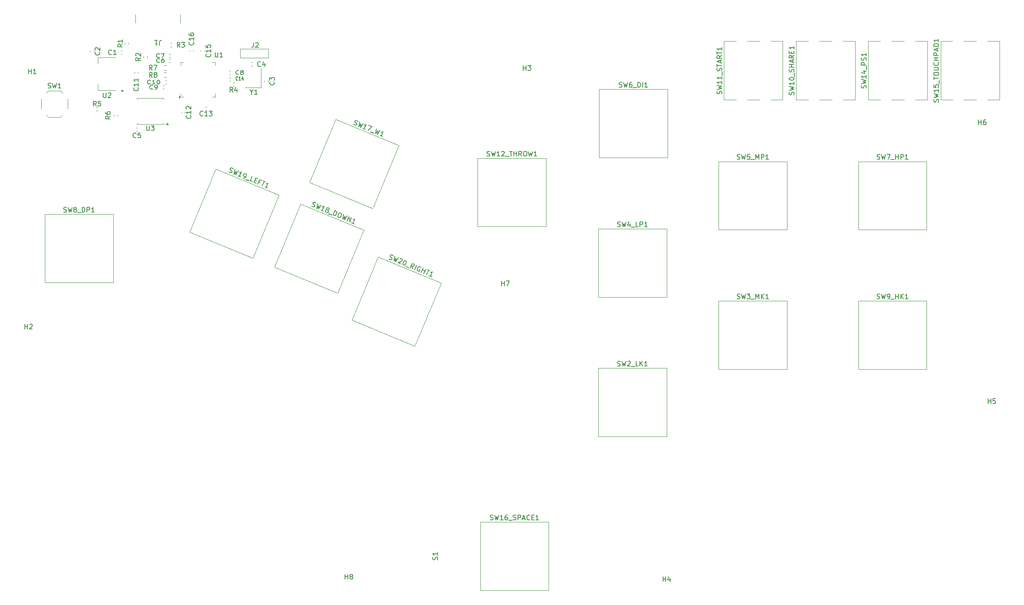
<source format=gbr>
%TF.GenerationSoftware,KiCad,Pcbnew,8.0.4*%
%TF.CreationDate,2024-07-22T23:57:25-07:00*%
%TF.ProjectId,leverless_controlller,6c657665-726c-4657-9373-5f636f6e7472,rev?*%
%TF.SameCoordinates,Original*%
%TF.FileFunction,Legend,Top*%
%TF.FilePolarity,Positive*%
%FSLAX46Y46*%
G04 Gerber Fmt 4.6, Leading zero omitted, Abs format (unit mm)*
G04 Created by KiCad (PCBNEW 8.0.4) date 2024-07-22 23:57:25*
%MOMM*%
%LPD*%
G01*
G04 APERTURE LIST*
%ADD10C,0.150000*%
%ADD11C,0.120000*%
G04 APERTURE END LIST*
D10*
X66769333Y-31611580D02*
X66721714Y-31659200D01*
X66721714Y-31659200D02*
X66578857Y-31706819D01*
X66578857Y-31706819D02*
X66483619Y-31706819D01*
X66483619Y-31706819D02*
X66340762Y-31659200D01*
X66340762Y-31659200D02*
X66245524Y-31563961D01*
X66245524Y-31563961D02*
X66197905Y-31468723D01*
X66197905Y-31468723D02*
X66150286Y-31278247D01*
X66150286Y-31278247D02*
X66150286Y-31135390D01*
X66150286Y-31135390D02*
X66197905Y-30944914D01*
X66197905Y-30944914D02*
X66245524Y-30849676D01*
X66245524Y-30849676D02*
X66340762Y-30754438D01*
X66340762Y-30754438D02*
X66483619Y-30706819D01*
X66483619Y-30706819D02*
X66578857Y-30706819D01*
X66578857Y-30706819D02*
X66721714Y-30754438D01*
X66721714Y-30754438D02*
X66769333Y-30802057D01*
X67721714Y-31706819D02*
X67150286Y-31706819D01*
X67436000Y-31706819D02*
X67436000Y-30706819D01*
X67436000Y-30706819D02*
X67340762Y-30849676D01*
X67340762Y-30849676D02*
X67245524Y-30944914D01*
X67245524Y-30944914D02*
X67150286Y-30992533D01*
X225689657Y-82407200D02*
X225832514Y-82454819D01*
X225832514Y-82454819D02*
X226070609Y-82454819D01*
X226070609Y-82454819D02*
X226165847Y-82407200D01*
X226165847Y-82407200D02*
X226213466Y-82359580D01*
X226213466Y-82359580D02*
X226261085Y-82264342D01*
X226261085Y-82264342D02*
X226261085Y-82169104D01*
X226261085Y-82169104D02*
X226213466Y-82073866D01*
X226213466Y-82073866D02*
X226165847Y-82026247D01*
X226165847Y-82026247D02*
X226070609Y-81978628D01*
X226070609Y-81978628D02*
X225880133Y-81931009D01*
X225880133Y-81931009D02*
X225784895Y-81883390D01*
X225784895Y-81883390D02*
X225737276Y-81835771D01*
X225737276Y-81835771D02*
X225689657Y-81740533D01*
X225689657Y-81740533D02*
X225689657Y-81645295D01*
X225689657Y-81645295D02*
X225737276Y-81550057D01*
X225737276Y-81550057D02*
X225784895Y-81502438D01*
X225784895Y-81502438D02*
X225880133Y-81454819D01*
X225880133Y-81454819D02*
X226118228Y-81454819D01*
X226118228Y-81454819D02*
X226261085Y-81502438D01*
X226594419Y-81454819D02*
X226832514Y-82454819D01*
X226832514Y-82454819D02*
X227022990Y-81740533D01*
X227022990Y-81740533D02*
X227213466Y-82454819D01*
X227213466Y-82454819D02*
X227451562Y-81454819D01*
X227880133Y-82454819D02*
X228070609Y-82454819D01*
X228070609Y-82454819D02*
X228165847Y-82407200D01*
X228165847Y-82407200D02*
X228213466Y-82359580D01*
X228213466Y-82359580D02*
X228308704Y-82216723D01*
X228308704Y-82216723D02*
X228356323Y-82026247D01*
X228356323Y-82026247D02*
X228356323Y-81645295D01*
X228356323Y-81645295D02*
X228308704Y-81550057D01*
X228308704Y-81550057D02*
X228261085Y-81502438D01*
X228261085Y-81502438D02*
X228165847Y-81454819D01*
X228165847Y-81454819D02*
X227975371Y-81454819D01*
X227975371Y-81454819D02*
X227880133Y-81502438D01*
X227880133Y-81502438D02*
X227832514Y-81550057D01*
X227832514Y-81550057D02*
X227784895Y-81645295D01*
X227784895Y-81645295D02*
X227784895Y-81883390D01*
X227784895Y-81883390D02*
X227832514Y-81978628D01*
X227832514Y-81978628D02*
X227880133Y-82026247D01*
X227880133Y-82026247D02*
X227975371Y-82073866D01*
X227975371Y-82073866D02*
X228165847Y-82073866D01*
X228165847Y-82073866D02*
X228261085Y-82026247D01*
X228261085Y-82026247D02*
X228308704Y-81978628D01*
X228308704Y-81978628D02*
X228356323Y-81883390D01*
X228546800Y-82550057D02*
X229308704Y-82550057D01*
X229546800Y-82454819D02*
X229546800Y-81454819D01*
X229546800Y-81931009D02*
X230118228Y-81931009D01*
X230118228Y-82454819D02*
X230118228Y-81454819D01*
X230594419Y-82454819D02*
X230594419Y-81454819D01*
X231165847Y-82454819D02*
X230737276Y-81883390D01*
X231165847Y-81454819D02*
X230594419Y-82026247D01*
X232118228Y-82454819D02*
X231546800Y-82454819D01*
X231832514Y-82454819D02*
X231832514Y-81454819D01*
X231832514Y-81454819D02*
X231737276Y-81597676D01*
X231737276Y-81597676D02*
X231642038Y-81692914D01*
X231642038Y-81692914D02*
X231546800Y-81740533D01*
X95835809Y-39472628D02*
X95835809Y-39948819D01*
X95502476Y-38948819D02*
X95835809Y-39472628D01*
X95835809Y-39472628D02*
X96169142Y-38948819D01*
X97026285Y-39948819D02*
X96454857Y-39948819D01*
X96740571Y-39948819D02*
X96740571Y-38948819D01*
X96740571Y-38948819D02*
X96645333Y-39091676D01*
X96645333Y-39091676D02*
X96550095Y-39186914D01*
X96550095Y-39186914D02*
X96454857Y-39234533D01*
X75332083Y-38782104D02*
X75284464Y-38820200D01*
X75284464Y-38820200D02*
X75141607Y-38858295D01*
X75141607Y-38858295D02*
X75046369Y-38858295D01*
X75046369Y-38858295D02*
X74903512Y-38820200D01*
X74903512Y-38820200D02*
X74808274Y-38744009D01*
X74808274Y-38744009D02*
X74760655Y-38667819D01*
X74760655Y-38667819D02*
X74713036Y-38515438D01*
X74713036Y-38515438D02*
X74713036Y-38401152D01*
X74713036Y-38401152D02*
X74760655Y-38248771D01*
X74760655Y-38248771D02*
X74808274Y-38172580D01*
X74808274Y-38172580D02*
X74903512Y-38096390D01*
X74903512Y-38096390D02*
X75046369Y-38058295D01*
X75046369Y-38058295D02*
X75141607Y-38058295D01*
X75141607Y-38058295D02*
X75284464Y-38096390D01*
X75284464Y-38096390D02*
X75332083Y-38134485D01*
X75808274Y-38858295D02*
X75998750Y-38858295D01*
X75998750Y-38858295D02*
X76093988Y-38820200D01*
X76093988Y-38820200D02*
X76141607Y-38782104D01*
X76141607Y-38782104D02*
X76236845Y-38667819D01*
X76236845Y-38667819D02*
X76284464Y-38515438D01*
X76284464Y-38515438D02*
X76284464Y-38210676D01*
X76284464Y-38210676D02*
X76236845Y-38134485D01*
X76236845Y-38134485D02*
X76189226Y-38096390D01*
X76189226Y-38096390D02*
X76093988Y-38058295D01*
X76093988Y-38058295D02*
X75903512Y-38058295D01*
X75903512Y-38058295D02*
X75808274Y-38096390D01*
X75808274Y-38096390D02*
X75760655Y-38134485D01*
X75760655Y-38134485D02*
X75713036Y-38210676D01*
X75713036Y-38210676D02*
X75713036Y-38401152D01*
X75713036Y-38401152D02*
X75760655Y-38477342D01*
X75760655Y-38477342D02*
X75808274Y-38515438D01*
X75808274Y-38515438D02*
X75903512Y-38553533D01*
X75903512Y-38553533D02*
X76093988Y-38553533D01*
X76093988Y-38553533D02*
X76189226Y-38515438D01*
X76189226Y-38515438D02*
X76236845Y-38477342D01*
X76236845Y-38477342D02*
X76284464Y-38401152D01*
X76713333Y-32216104D02*
X76665714Y-32254200D01*
X76665714Y-32254200D02*
X76522857Y-32292295D01*
X76522857Y-32292295D02*
X76427619Y-32292295D01*
X76427619Y-32292295D02*
X76284762Y-32254200D01*
X76284762Y-32254200D02*
X76189524Y-32178009D01*
X76189524Y-32178009D02*
X76141905Y-32101819D01*
X76141905Y-32101819D02*
X76094286Y-31949438D01*
X76094286Y-31949438D02*
X76094286Y-31835152D01*
X76094286Y-31835152D02*
X76141905Y-31682771D01*
X76141905Y-31682771D02*
X76189524Y-31606580D01*
X76189524Y-31606580D02*
X76284762Y-31530390D01*
X76284762Y-31530390D02*
X76427619Y-31492295D01*
X76427619Y-31492295D02*
X76522857Y-31492295D01*
X76522857Y-31492295D02*
X76665714Y-31530390D01*
X76665714Y-31530390D02*
X76713333Y-31568485D01*
X77046667Y-31492295D02*
X77713333Y-31492295D01*
X77713333Y-31492295D02*
X77284762Y-32292295D01*
X193407200Y-39833333D02*
X193454819Y-39690476D01*
X193454819Y-39690476D02*
X193454819Y-39452381D01*
X193454819Y-39452381D02*
X193407200Y-39357143D01*
X193407200Y-39357143D02*
X193359580Y-39309524D01*
X193359580Y-39309524D02*
X193264342Y-39261905D01*
X193264342Y-39261905D02*
X193169104Y-39261905D01*
X193169104Y-39261905D02*
X193073866Y-39309524D01*
X193073866Y-39309524D02*
X193026247Y-39357143D01*
X193026247Y-39357143D02*
X192978628Y-39452381D01*
X192978628Y-39452381D02*
X192931009Y-39642857D01*
X192931009Y-39642857D02*
X192883390Y-39738095D01*
X192883390Y-39738095D02*
X192835771Y-39785714D01*
X192835771Y-39785714D02*
X192740533Y-39833333D01*
X192740533Y-39833333D02*
X192645295Y-39833333D01*
X192645295Y-39833333D02*
X192550057Y-39785714D01*
X192550057Y-39785714D02*
X192502438Y-39738095D01*
X192502438Y-39738095D02*
X192454819Y-39642857D01*
X192454819Y-39642857D02*
X192454819Y-39404762D01*
X192454819Y-39404762D02*
X192502438Y-39261905D01*
X192454819Y-38928571D02*
X193454819Y-38690476D01*
X193454819Y-38690476D02*
X192740533Y-38500000D01*
X192740533Y-38500000D02*
X193454819Y-38309524D01*
X193454819Y-38309524D02*
X192454819Y-38071429D01*
X193454819Y-37166667D02*
X193454819Y-37738095D01*
X193454819Y-37452381D02*
X192454819Y-37452381D01*
X192454819Y-37452381D02*
X192597676Y-37547619D01*
X192597676Y-37547619D02*
X192692914Y-37642857D01*
X192692914Y-37642857D02*
X192740533Y-37738095D01*
X193454819Y-36214286D02*
X193454819Y-36785714D01*
X193454819Y-36500000D02*
X192454819Y-36500000D01*
X192454819Y-36500000D02*
X192597676Y-36595238D01*
X192597676Y-36595238D02*
X192692914Y-36690476D01*
X192692914Y-36690476D02*
X192740533Y-36785714D01*
X193550057Y-36023810D02*
X193550057Y-35261905D01*
X193407200Y-35071428D02*
X193454819Y-34928571D01*
X193454819Y-34928571D02*
X193454819Y-34690476D01*
X193454819Y-34690476D02*
X193407200Y-34595238D01*
X193407200Y-34595238D02*
X193359580Y-34547619D01*
X193359580Y-34547619D02*
X193264342Y-34500000D01*
X193264342Y-34500000D02*
X193169104Y-34500000D01*
X193169104Y-34500000D02*
X193073866Y-34547619D01*
X193073866Y-34547619D02*
X193026247Y-34595238D01*
X193026247Y-34595238D02*
X192978628Y-34690476D01*
X192978628Y-34690476D02*
X192931009Y-34880952D01*
X192931009Y-34880952D02*
X192883390Y-34976190D01*
X192883390Y-34976190D02*
X192835771Y-35023809D01*
X192835771Y-35023809D02*
X192740533Y-35071428D01*
X192740533Y-35071428D02*
X192645295Y-35071428D01*
X192645295Y-35071428D02*
X192550057Y-35023809D01*
X192550057Y-35023809D02*
X192502438Y-34976190D01*
X192502438Y-34976190D02*
X192454819Y-34880952D01*
X192454819Y-34880952D02*
X192454819Y-34642857D01*
X192454819Y-34642857D02*
X192502438Y-34500000D01*
X192454819Y-34214285D02*
X192454819Y-33642857D01*
X193454819Y-33928571D02*
X192454819Y-33928571D01*
X193169104Y-33357142D02*
X193169104Y-32880952D01*
X193454819Y-33452380D02*
X192454819Y-33119047D01*
X192454819Y-33119047D02*
X193454819Y-32785714D01*
X193454819Y-31880952D02*
X192978628Y-32214285D01*
X193454819Y-32452380D02*
X192454819Y-32452380D01*
X192454819Y-32452380D02*
X192454819Y-32071428D01*
X192454819Y-32071428D02*
X192502438Y-31976190D01*
X192502438Y-31976190D02*
X192550057Y-31928571D01*
X192550057Y-31928571D02*
X192645295Y-31880952D01*
X192645295Y-31880952D02*
X192788152Y-31880952D01*
X192788152Y-31880952D02*
X192883390Y-31928571D01*
X192883390Y-31928571D02*
X192931009Y-31976190D01*
X192931009Y-31976190D02*
X192978628Y-32071428D01*
X192978628Y-32071428D02*
X192978628Y-32452380D01*
X192454819Y-31595237D02*
X192454819Y-31023809D01*
X193454819Y-31309523D02*
X192454819Y-31309523D01*
X193454819Y-30166666D02*
X193454819Y-30738094D01*
X193454819Y-30452380D02*
X192454819Y-30452380D01*
X192454819Y-30452380D02*
X192597676Y-30547618D01*
X192597676Y-30547618D02*
X192692914Y-30642856D01*
X192692914Y-30642856D02*
X192740533Y-30738094D01*
X93153333Y-35716104D02*
X93105714Y-35754200D01*
X93105714Y-35754200D02*
X92962857Y-35792295D01*
X92962857Y-35792295D02*
X92867619Y-35792295D01*
X92867619Y-35792295D02*
X92724762Y-35754200D01*
X92724762Y-35754200D02*
X92629524Y-35678009D01*
X92629524Y-35678009D02*
X92581905Y-35601819D01*
X92581905Y-35601819D02*
X92534286Y-35449438D01*
X92534286Y-35449438D02*
X92534286Y-35335152D01*
X92534286Y-35335152D02*
X92581905Y-35182771D01*
X92581905Y-35182771D02*
X92629524Y-35106580D01*
X92629524Y-35106580D02*
X92724762Y-35030390D01*
X92724762Y-35030390D02*
X92867619Y-34992295D01*
X92867619Y-34992295D02*
X92962857Y-34992295D01*
X92962857Y-34992295D02*
X93105714Y-35030390D01*
X93105714Y-35030390D02*
X93153333Y-35068485D01*
X93724762Y-35335152D02*
X93629524Y-35297057D01*
X93629524Y-35297057D02*
X93581905Y-35258961D01*
X93581905Y-35258961D02*
X93534286Y-35182771D01*
X93534286Y-35182771D02*
X93534286Y-35144676D01*
X93534286Y-35144676D02*
X93581905Y-35068485D01*
X93581905Y-35068485D02*
X93629524Y-35030390D01*
X93629524Y-35030390D02*
X93724762Y-34992295D01*
X93724762Y-34992295D02*
X93915238Y-34992295D01*
X93915238Y-34992295D02*
X94010476Y-35030390D01*
X94010476Y-35030390D02*
X94058095Y-35068485D01*
X94058095Y-35068485D02*
X94105714Y-35144676D01*
X94105714Y-35144676D02*
X94105714Y-35182771D01*
X94105714Y-35182771D02*
X94058095Y-35258961D01*
X94058095Y-35258961D02*
X94010476Y-35297057D01*
X94010476Y-35297057D02*
X93915238Y-35335152D01*
X93915238Y-35335152D02*
X93724762Y-35335152D01*
X93724762Y-35335152D02*
X93629524Y-35373247D01*
X93629524Y-35373247D02*
X93581905Y-35411342D01*
X93581905Y-35411342D02*
X93534286Y-35487533D01*
X93534286Y-35487533D02*
X93534286Y-35639914D01*
X93534286Y-35639914D02*
X93581905Y-35716104D01*
X93581905Y-35716104D02*
X93629524Y-35754200D01*
X93629524Y-35754200D02*
X93724762Y-35792295D01*
X93724762Y-35792295D02*
X93915238Y-35792295D01*
X93915238Y-35792295D02*
X94010476Y-35754200D01*
X94010476Y-35754200D02*
X94058095Y-35716104D01*
X94058095Y-35716104D02*
X94105714Y-35639914D01*
X94105714Y-35639914D02*
X94105714Y-35487533D01*
X94105714Y-35487533D02*
X94058095Y-35411342D01*
X94058095Y-35411342D02*
X94010476Y-35373247D01*
X94010476Y-35373247D02*
X93915238Y-35335152D01*
X53571667Y-38587200D02*
X53714524Y-38634819D01*
X53714524Y-38634819D02*
X53952619Y-38634819D01*
X53952619Y-38634819D02*
X54047857Y-38587200D01*
X54047857Y-38587200D02*
X54095476Y-38539580D01*
X54095476Y-38539580D02*
X54143095Y-38444342D01*
X54143095Y-38444342D02*
X54143095Y-38349104D01*
X54143095Y-38349104D02*
X54095476Y-38253866D01*
X54095476Y-38253866D02*
X54047857Y-38206247D01*
X54047857Y-38206247D02*
X53952619Y-38158628D01*
X53952619Y-38158628D02*
X53762143Y-38111009D01*
X53762143Y-38111009D02*
X53666905Y-38063390D01*
X53666905Y-38063390D02*
X53619286Y-38015771D01*
X53619286Y-38015771D02*
X53571667Y-37920533D01*
X53571667Y-37920533D02*
X53571667Y-37825295D01*
X53571667Y-37825295D02*
X53619286Y-37730057D01*
X53619286Y-37730057D02*
X53666905Y-37682438D01*
X53666905Y-37682438D02*
X53762143Y-37634819D01*
X53762143Y-37634819D02*
X54000238Y-37634819D01*
X54000238Y-37634819D02*
X54143095Y-37682438D01*
X54476429Y-37634819D02*
X54714524Y-38634819D01*
X54714524Y-38634819D02*
X54905000Y-37920533D01*
X54905000Y-37920533D02*
X55095476Y-38634819D01*
X55095476Y-38634819D02*
X55333572Y-37634819D01*
X56238333Y-38634819D02*
X55666905Y-38634819D01*
X55952619Y-38634819D02*
X55952619Y-37634819D01*
X55952619Y-37634819D02*
X55857381Y-37777676D01*
X55857381Y-37777676D02*
X55762143Y-37872914D01*
X55762143Y-37872914D02*
X55666905Y-37920533D01*
X246738095Y-46254819D02*
X246738095Y-45254819D01*
X246738095Y-45731009D02*
X247309523Y-45731009D01*
X247309523Y-46254819D02*
X247309523Y-45254819D01*
X248214285Y-45254819D02*
X248023809Y-45254819D01*
X248023809Y-45254819D02*
X247928571Y-45302438D01*
X247928571Y-45302438D02*
X247880952Y-45350057D01*
X247880952Y-45350057D02*
X247785714Y-45492914D01*
X247785714Y-45492914D02*
X247738095Y-45683390D01*
X247738095Y-45683390D02*
X247738095Y-46064342D01*
X247738095Y-46064342D02*
X247785714Y-46159580D01*
X247785714Y-46159580D02*
X247833333Y-46207200D01*
X247833333Y-46207200D02*
X247928571Y-46254819D01*
X247928571Y-46254819D02*
X248119047Y-46254819D01*
X248119047Y-46254819D02*
X248214285Y-46207200D01*
X248214285Y-46207200D02*
X248261904Y-46159580D01*
X248261904Y-46159580D02*
X248309523Y-46064342D01*
X248309523Y-46064342D02*
X248309523Y-45826247D01*
X248309523Y-45826247D02*
X248261904Y-45731009D01*
X248261904Y-45731009D02*
X248214285Y-45683390D01*
X248214285Y-45683390D02*
X248119047Y-45635771D01*
X248119047Y-45635771D02*
X247928571Y-45635771D01*
X247928571Y-45635771D02*
X247833333Y-45683390D01*
X247833333Y-45683390D02*
X247785714Y-45731009D01*
X247785714Y-45731009D02*
X247738095Y-45826247D01*
X91913333Y-39453819D02*
X91580000Y-38977628D01*
X91341905Y-39453819D02*
X91341905Y-38453819D01*
X91341905Y-38453819D02*
X91722857Y-38453819D01*
X91722857Y-38453819D02*
X91818095Y-38501438D01*
X91818095Y-38501438D02*
X91865714Y-38549057D01*
X91865714Y-38549057D02*
X91913333Y-38644295D01*
X91913333Y-38644295D02*
X91913333Y-38787152D01*
X91913333Y-38787152D02*
X91865714Y-38882390D01*
X91865714Y-38882390D02*
X91818095Y-38930009D01*
X91818095Y-38930009D02*
X91722857Y-38977628D01*
X91722857Y-38977628D02*
X91341905Y-38977628D01*
X92770476Y-38787152D02*
X92770476Y-39453819D01*
X92532381Y-38406200D02*
X92294286Y-39120485D01*
X92294286Y-39120485D02*
X92913333Y-39120485D01*
X87239580Y-31552857D02*
X87287200Y-31600476D01*
X87287200Y-31600476D02*
X87334819Y-31743333D01*
X87334819Y-31743333D02*
X87334819Y-31838571D01*
X87334819Y-31838571D02*
X87287200Y-31981428D01*
X87287200Y-31981428D02*
X87191961Y-32076666D01*
X87191961Y-32076666D02*
X87096723Y-32124285D01*
X87096723Y-32124285D02*
X86906247Y-32171904D01*
X86906247Y-32171904D02*
X86763390Y-32171904D01*
X86763390Y-32171904D02*
X86572914Y-32124285D01*
X86572914Y-32124285D02*
X86477676Y-32076666D01*
X86477676Y-32076666D02*
X86382438Y-31981428D01*
X86382438Y-31981428D02*
X86334819Y-31838571D01*
X86334819Y-31838571D02*
X86334819Y-31743333D01*
X86334819Y-31743333D02*
X86382438Y-31600476D01*
X86382438Y-31600476D02*
X86430057Y-31552857D01*
X87334819Y-30600476D02*
X87334819Y-31171904D01*
X87334819Y-30886190D02*
X86334819Y-30886190D01*
X86334819Y-30886190D02*
X86477676Y-30981428D01*
X86477676Y-30981428D02*
X86572914Y-31076666D01*
X86572914Y-31076666D02*
X86620533Y-31171904D01*
X86334819Y-29695714D02*
X86334819Y-30171904D01*
X86334819Y-30171904D02*
X86811009Y-30219523D01*
X86811009Y-30219523D02*
X86763390Y-30171904D01*
X86763390Y-30171904D02*
X86715771Y-30076666D01*
X86715771Y-30076666D02*
X86715771Y-29838571D01*
X86715771Y-29838571D02*
X86763390Y-29743333D01*
X86763390Y-29743333D02*
X86811009Y-29695714D01*
X86811009Y-29695714D02*
X86906247Y-29648095D01*
X86906247Y-29648095D02*
X87144342Y-29648095D01*
X87144342Y-29648095D02*
X87239580Y-29695714D01*
X87239580Y-29695714D02*
X87287200Y-29743333D01*
X87287200Y-29743333D02*
X87334819Y-29838571D01*
X87334819Y-29838571D02*
X87334819Y-30076666D01*
X87334819Y-30076666D02*
X87287200Y-30171904D01*
X87287200Y-30171904D02*
X87239580Y-30219523D01*
X63594333Y-42374819D02*
X63261000Y-41898628D01*
X63022905Y-42374819D02*
X63022905Y-41374819D01*
X63022905Y-41374819D02*
X63403857Y-41374819D01*
X63403857Y-41374819D02*
X63499095Y-41422438D01*
X63499095Y-41422438D02*
X63546714Y-41470057D01*
X63546714Y-41470057D02*
X63594333Y-41565295D01*
X63594333Y-41565295D02*
X63594333Y-41708152D01*
X63594333Y-41708152D02*
X63546714Y-41803390D01*
X63546714Y-41803390D02*
X63499095Y-41851009D01*
X63499095Y-41851009D02*
X63403857Y-41898628D01*
X63403857Y-41898628D02*
X63022905Y-41898628D01*
X64499095Y-41374819D02*
X64022905Y-41374819D01*
X64022905Y-41374819D02*
X63975286Y-41851009D01*
X63975286Y-41851009D02*
X64022905Y-41803390D01*
X64022905Y-41803390D02*
X64118143Y-41755771D01*
X64118143Y-41755771D02*
X64356238Y-41755771D01*
X64356238Y-41755771D02*
X64451476Y-41803390D01*
X64451476Y-41803390D02*
X64499095Y-41851009D01*
X64499095Y-41851009D02*
X64546714Y-41946247D01*
X64546714Y-41946247D02*
X64546714Y-42184342D01*
X64546714Y-42184342D02*
X64499095Y-42279580D01*
X64499095Y-42279580D02*
X64451476Y-42327200D01*
X64451476Y-42327200D02*
X64356238Y-42374819D01*
X64356238Y-42374819D02*
X64118143Y-42374819D01*
X64118143Y-42374819D02*
X64022905Y-42327200D01*
X64022905Y-42327200D02*
X63975286Y-42279580D01*
X72776819Y-32344666D02*
X72300628Y-32677999D01*
X72776819Y-32916094D02*
X71776819Y-32916094D01*
X71776819Y-32916094D02*
X71776819Y-32535142D01*
X71776819Y-32535142D02*
X71824438Y-32439904D01*
X71824438Y-32439904D02*
X71872057Y-32392285D01*
X71872057Y-32392285D02*
X71967295Y-32344666D01*
X71967295Y-32344666D02*
X72110152Y-32344666D01*
X72110152Y-32344666D02*
X72205390Y-32392285D01*
X72205390Y-32392285D02*
X72253009Y-32439904D01*
X72253009Y-32439904D02*
X72300628Y-32535142D01*
X72300628Y-32535142D02*
X72300628Y-32916094D01*
X71872057Y-31963713D02*
X71824438Y-31916094D01*
X71824438Y-31916094D02*
X71776819Y-31820856D01*
X71776819Y-31820856D02*
X71776819Y-31582761D01*
X71776819Y-31582761D02*
X71824438Y-31487523D01*
X71824438Y-31487523D02*
X71872057Y-31439904D01*
X71872057Y-31439904D02*
X71967295Y-31392285D01*
X71967295Y-31392285D02*
X72062533Y-31392285D01*
X72062533Y-31392285D02*
X72205390Y-31439904D01*
X72205390Y-31439904D02*
X72776819Y-32011332D01*
X72776819Y-32011332D02*
X72776819Y-31392285D01*
X124366160Y-74144642D02*
X124479920Y-74243305D01*
X124479920Y-74243305D02*
X124699891Y-74334421D01*
X124699891Y-74334421D02*
X124806103Y-74326872D01*
X124806103Y-74326872D02*
X124868320Y-74301101D01*
X124868320Y-74301101D02*
X124948760Y-74231336D01*
X124948760Y-74231336D02*
X124985206Y-74143347D01*
X124985206Y-74143347D02*
X124977658Y-74037136D01*
X124977658Y-74037136D02*
X124951887Y-73974918D01*
X124951887Y-73974918D02*
X124882121Y-73894478D01*
X124882121Y-73894478D02*
X124724367Y-73777592D01*
X124724367Y-73777592D02*
X124654602Y-73697151D01*
X124654602Y-73697151D02*
X124628831Y-73634934D01*
X124628831Y-73634934D02*
X124621282Y-73528722D01*
X124621282Y-73528722D02*
X124657729Y-73440734D01*
X124657729Y-73440734D02*
X124738169Y-73370968D01*
X124738169Y-73370968D02*
X124800386Y-73345197D01*
X124800386Y-73345197D02*
X124906598Y-73337649D01*
X124906598Y-73337649D02*
X125126569Y-73428764D01*
X125126569Y-73428764D02*
X125240329Y-73527427D01*
X125566512Y-73610994D02*
X125403800Y-74625989D01*
X125403800Y-74625989D02*
X125853122Y-74038967D01*
X125853122Y-74038967D02*
X125755754Y-74771773D01*
X125755754Y-74771773D02*
X126358408Y-73939009D01*
X126629922Y-74154558D02*
X126692139Y-74128787D01*
X126692139Y-74128787D02*
X126798351Y-74121239D01*
X126798351Y-74121239D02*
X127018322Y-74212354D01*
X127018322Y-74212354D02*
X127088088Y-74292794D01*
X127088088Y-74292794D02*
X127113859Y-74355012D01*
X127113859Y-74355012D02*
X127121407Y-74461223D01*
X127121407Y-74461223D02*
X127084961Y-74549212D01*
X127084961Y-74549212D02*
X126986298Y-74662971D01*
X126986298Y-74662971D02*
X126239690Y-74972226D01*
X126239690Y-74972226D02*
X126811616Y-75209126D01*
X127766225Y-74522145D02*
X127854213Y-74558591D01*
X127854213Y-74558591D02*
X127923979Y-74639032D01*
X127923979Y-74639032D02*
X127949750Y-74701249D01*
X127949750Y-74701249D02*
X127957298Y-74807460D01*
X127957298Y-74807460D02*
X127928400Y-75001661D01*
X127928400Y-75001661D02*
X127837285Y-75221632D01*
X127837285Y-75221632D02*
X127720399Y-75379386D01*
X127720399Y-75379386D02*
X127639959Y-75449151D01*
X127639959Y-75449151D02*
X127577741Y-75474923D01*
X127577741Y-75474923D02*
X127471530Y-75482471D01*
X127471530Y-75482471D02*
X127383541Y-75446025D01*
X127383541Y-75446025D02*
X127313776Y-75365585D01*
X127313776Y-75365585D02*
X127288005Y-75303367D01*
X127288005Y-75303367D02*
X127280456Y-75197156D01*
X127280456Y-75197156D02*
X127309354Y-75002956D01*
X127309354Y-75002956D02*
X127400469Y-74782984D01*
X127400469Y-74782984D02*
X127517356Y-74625230D01*
X127517356Y-74625230D02*
X127597796Y-74555465D01*
X127597796Y-74555465D02*
X127660013Y-74529694D01*
X127660013Y-74529694D02*
X127766225Y-74522145D01*
X127831032Y-75734467D02*
X128534940Y-76026035D01*
X129319289Y-76247838D02*
X129193560Y-75680334D01*
X128791358Y-76029162D02*
X129174041Y-75105282D01*
X129174041Y-75105282D02*
X129525996Y-75251066D01*
X129525996Y-75251066D02*
X129595761Y-75331507D01*
X129595761Y-75331507D02*
X129621532Y-75393724D01*
X129621532Y-75393724D02*
X129629081Y-75499935D01*
X129629081Y-75499935D02*
X129574411Y-75631918D01*
X129574411Y-75631918D02*
X129493971Y-75701684D01*
X129493971Y-75701684D02*
X129431754Y-75727455D01*
X129431754Y-75727455D02*
X129325542Y-75735003D01*
X129325542Y-75735003D02*
X128973588Y-75589219D01*
X129715238Y-76411845D02*
X130097921Y-75487966D01*
X131003577Y-75914643D02*
X130933812Y-75834203D01*
X130933812Y-75834203D02*
X130801829Y-75779534D01*
X130801829Y-75779534D02*
X130651623Y-75768859D01*
X130651623Y-75768859D02*
X130527188Y-75820401D01*
X130527188Y-75820401D02*
X130446748Y-75890167D01*
X130446748Y-75890167D02*
X130329862Y-76047921D01*
X130329862Y-76047921D02*
X130275193Y-76179904D01*
X130275193Y-76179904D02*
X130246295Y-76374104D01*
X130246295Y-76374104D02*
X130253843Y-76480315D01*
X130253843Y-76480315D02*
X130305386Y-76604750D01*
X130305386Y-76604750D02*
X130419145Y-76703413D01*
X130419145Y-76703413D02*
X130507134Y-76739859D01*
X130507134Y-76739859D02*
X130657340Y-76750534D01*
X130657340Y-76750534D02*
X130719557Y-76724763D01*
X130719557Y-76724763D02*
X130847118Y-76416803D01*
X130847118Y-76416803D02*
X130671141Y-76343911D01*
X131079059Y-76976758D02*
X131461743Y-76052879D01*
X131279512Y-76492822D02*
X131807444Y-76711498D01*
X131606990Y-77195435D02*
X131989674Y-76271555D01*
X132297634Y-76399116D02*
X132825565Y-76617793D01*
X132178916Y-77432334D02*
X132561599Y-76508454D01*
X133234778Y-77869687D02*
X132706847Y-77651010D01*
X132970813Y-77760348D02*
X133353496Y-76836469D01*
X133353496Y-76836469D02*
X133210839Y-76932006D01*
X133210839Y-76932006D02*
X133086404Y-76983548D01*
X133086404Y-76983548D02*
X132980192Y-76991096D01*
X108318987Y-63168116D02*
X108432747Y-63266779D01*
X108432747Y-63266779D02*
X108652718Y-63357894D01*
X108652718Y-63357894D02*
X108758929Y-63350346D01*
X108758929Y-63350346D02*
X108821147Y-63324575D01*
X108821147Y-63324575D02*
X108901587Y-63254809D01*
X108901587Y-63254809D02*
X108938033Y-63166821D01*
X108938033Y-63166821D02*
X108930485Y-63060609D01*
X108930485Y-63060609D02*
X108904714Y-62998392D01*
X108904714Y-62998392D02*
X108834948Y-62917952D01*
X108834948Y-62917952D02*
X108677194Y-62801065D01*
X108677194Y-62801065D02*
X108607429Y-62720625D01*
X108607429Y-62720625D02*
X108581657Y-62658408D01*
X108581657Y-62658408D02*
X108574109Y-62552196D01*
X108574109Y-62552196D02*
X108610555Y-62464208D01*
X108610555Y-62464208D02*
X108690995Y-62394442D01*
X108690995Y-62394442D02*
X108753213Y-62368671D01*
X108753213Y-62368671D02*
X108859424Y-62361123D01*
X108859424Y-62361123D02*
X109079396Y-62452238D01*
X109079396Y-62452238D02*
X109193155Y-62550901D01*
X109519338Y-62634468D02*
X109356626Y-63649463D01*
X109356626Y-63649463D02*
X109805948Y-63062441D01*
X109805948Y-63062441D02*
X109708580Y-63795247D01*
X109708580Y-63795247D02*
X110311235Y-62962482D01*
X110764442Y-64232599D02*
X110236511Y-64013923D01*
X110500477Y-64123261D02*
X110883160Y-63199382D01*
X110883160Y-63199382D02*
X110740503Y-63294918D01*
X110740503Y-63294918D02*
X110616068Y-63346461D01*
X110616068Y-63346461D02*
X110509857Y-63354009D01*
X111511050Y-63923344D02*
X111441284Y-63842904D01*
X111441284Y-63842904D02*
X111415513Y-63780687D01*
X111415513Y-63780687D02*
X111407965Y-63674475D01*
X111407965Y-63674475D02*
X111426188Y-63630481D01*
X111426188Y-63630481D02*
X111506628Y-63560715D01*
X111506628Y-63560715D02*
X111568846Y-63534944D01*
X111568846Y-63534944D02*
X111675057Y-63527396D01*
X111675057Y-63527396D02*
X111851034Y-63600288D01*
X111851034Y-63600288D02*
X111920800Y-63680728D01*
X111920800Y-63680728D02*
X111946571Y-63742946D01*
X111946571Y-63742946D02*
X111954119Y-63849157D01*
X111954119Y-63849157D02*
X111935896Y-63893151D01*
X111935896Y-63893151D02*
X111855456Y-63962917D01*
X111855456Y-63962917D02*
X111793238Y-63988688D01*
X111793238Y-63988688D02*
X111687027Y-63996236D01*
X111687027Y-63996236D02*
X111511050Y-63923344D01*
X111511050Y-63923344D02*
X111404838Y-63930893D01*
X111404838Y-63930893D02*
X111342621Y-63956664D01*
X111342621Y-63956664D02*
X111262181Y-64026429D01*
X111262181Y-64026429D02*
X111189289Y-64202406D01*
X111189289Y-64202406D02*
X111196837Y-64308618D01*
X111196837Y-64308618D02*
X111222608Y-64370835D01*
X111222608Y-64370835D02*
X111292374Y-64451276D01*
X111292374Y-64451276D02*
X111468351Y-64524168D01*
X111468351Y-64524168D02*
X111574562Y-64516619D01*
X111574562Y-64516619D02*
X111636780Y-64490848D01*
X111636780Y-64490848D02*
X111717220Y-64421083D01*
X111717220Y-64421083D02*
X111790112Y-64245106D01*
X111790112Y-64245106D02*
X111782564Y-64138894D01*
X111782564Y-64138894D02*
X111756792Y-64076677D01*
X111756792Y-64076677D02*
X111687027Y-63996236D01*
X111783859Y-64757940D02*
X112487767Y-65049509D01*
X112744185Y-65052635D02*
X113126868Y-64128756D01*
X113126868Y-64128756D02*
X113346839Y-64219871D01*
X113346839Y-64219871D02*
X113460599Y-64318534D01*
X113460599Y-64318534D02*
X113512142Y-64442969D01*
X113512142Y-64442969D02*
X113519690Y-64549180D01*
X113519690Y-64549180D02*
X113490792Y-64743380D01*
X113490792Y-64743380D02*
X113436123Y-64875363D01*
X113436123Y-64875363D02*
X113319237Y-65033117D01*
X113319237Y-65033117D02*
X113238796Y-65102883D01*
X113238796Y-65102883D02*
X113114362Y-65154425D01*
X113114362Y-65154425D02*
X112964156Y-65143750D01*
X112964156Y-65143750D02*
X112744185Y-65052635D01*
X114226725Y-64584331D02*
X114402702Y-64657223D01*
X114402702Y-64657223D02*
X114472467Y-64737664D01*
X114472467Y-64737664D02*
X114524010Y-64862098D01*
X114524010Y-64862098D02*
X114495112Y-65056298D01*
X114495112Y-65056298D02*
X114367551Y-65364258D01*
X114367551Y-65364258D02*
X114250664Y-65522012D01*
X114250664Y-65522012D02*
X114126230Y-65573555D01*
X114126230Y-65573555D02*
X114020018Y-65581103D01*
X114020018Y-65581103D02*
X113844041Y-65508211D01*
X113844041Y-65508211D02*
X113774276Y-65427771D01*
X113774276Y-65427771D02*
X113722733Y-65303336D01*
X113722733Y-65303336D02*
X113751631Y-65109136D01*
X113751631Y-65109136D02*
X113879192Y-64801176D01*
X113879192Y-64801176D02*
X113996078Y-64643422D01*
X113996078Y-64643422D02*
X114120513Y-64591879D01*
X114120513Y-64591879D02*
X114226725Y-64584331D01*
X114930633Y-64875900D02*
X114767921Y-65890894D01*
X114767921Y-65890894D02*
X115217243Y-65303872D01*
X115217243Y-65303872D02*
X115119875Y-66036678D01*
X115119875Y-66036678D02*
X115722530Y-65203914D01*
X115691800Y-66273578D02*
X116074483Y-65349698D01*
X116074483Y-65349698D02*
X116219731Y-66492254D01*
X116219731Y-66492254D02*
X116602415Y-65568374D01*
X117143611Y-66874937D02*
X116615680Y-66656261D01*
X116879645Y-66765599D02*
X117262329Y-65841720D01*
X117262329Y-65841720D02*
X117119671Y-65937256D01*
X117119671Y-65937256D02*
X116995236Y-65988799D01*
X116995236Y-65988799D02*
X116889025Y-65996347D01*
X181238095Y-141254819D02*
X181238095Y-140254819D01*
X181238095Y-140731009D02*
X181809523Y-140731009D01*
X181809523Y-141254819D02*
X181809523Y-140254819D01*
X182714285Y-140588152D02*
X182714285Y-141254819D01*
X182476190Y-140207200D02*
X182238095Y-140921485D01*
X182238095Y-140921485D02*
X182857142Y-140921485D01*
X65060095Y-39632819D02*
X65060095Y-40442342D01*
X65060095Y-40442342D02*
X65107714Y-40537580D01*
X65107714Y-40537580D02*
X65155333Y-40585200D01*
X65155333Y-40585200D02*
X65250571Y-40632819D01*
X65250571Y-40632819D02*
X65441047Y-40632819D01*
X65441047Y-40632819D02*
X65536285Y-40585200D01*
X65536285Y-40585200D02*
X65583904Y-40537580D01*
X65583904Y-40537580D02*
X65631523Y-40442342D01*
X65631523Y-40442342D02*
X65631523Y-39632819D01*
X66060095Y-39728057D02*
X66107714Y-39680438D01*
X66107714Y-39680438D02*
X66202952Y-39632819D01*
X66202952Y-39632819D02*
X66441047Y-39632819D01*
X66441047Y-39632819D02*
X66536285Y-39680438D01*
X66536285Y-39680438D02*
X66583904Y-39728057D01*
X66583904Y-39728057D02*
X66631523Y-39823295D01*
X66631523Y-39823295D02*
X66631523Y-39918533D01*
X66631523Y-39918533D02*
X66583904Y-40061390D01*
X66583904Y-40061390D02*
X66012476Y-40632819D01*
X66012476Y-40632819D02*
X66631523Y-40632819D01*
X96246666Y-29184819D02*
X96246666Y-29899104D01*
X96246666Y-29899104D02*
X96199047Y-30041961D01*
X96199047Y-30041961D02*
X96103809Y-30137200D01*
X96103809Y-30137200D02*
X95960952Y-30184819D01*
X95960952Y-30184819D02*
X95865714Y-30184819D01*
X96675238Y-29280057D02*
X96722857Y-29232438D01*
X96722857Y-29232438D02*
X96818095Y-29184819D01*
X96818095Y-29184819D02*
X97056190Y-29184819D01*
X97056190Y-29184819D02*
X97151428Y-29232438D01*
X97151428Y-29232438D02*
X97199047Y-29280057D01*
X97199047Y-29280057D02*
X97246666Y-29375295D01*
X97246666Y-29375295D02*
X97246666Y-29470533D01*
X97246666Y-29470533D02*
X97199047Y-29613390D01*
X97199047Y-29613390D02*
X96627619Y-30184819D01*
X96627619Y-30184819D02*
X97246666Y-30184819D01*
X117038919Y-46160459D02*
X117152679Y-46259122D01*
X117152679Y-46259122D02*
X117372650Y-46350237D01*
X117372650Y-46350237D02*
X117478862Y-46342689D01*
X117478862Y-46342689D02*
X117541079Y-46316918D01*
X117541079Y-46316918D02*
X117621520Y-46247152D01*
X117621520Y-46247152D02*
X117657966Y-46159164D01*
X117657966Y-46159164D02*
X117650417Y-46052952D01*
X117650417Y-46052952D02*
X117624646Y-45990735D01*
X117624646Y-45990735D02*
X117554881Y-45910295D01*
X117554881Y-45910295D02*
X117397127Y-45793408D01*
X117397127Y-45793408D02*
X117327361Y-45712968D01*
X117327361Y-45712968D02*
X117301590Y-45650751D01*
X117301590Y-45650751D02*
X117294042Y-45544539D01*
X117294042Y-45544539D02*
X117330488Y-45456551D01*
X117330488Y-45456551D02*
X117410928Y-45386785D01*
X117410928Y-45386785D02*
X117473145Y-45361014D01*
X117473145Y-45361014D02*
X117579357Y-45353466D01*
X117579357Y-45353466D02*
X117799328Y-45444581D01*
X117799328Y-45444581D02*
X117913088Y-45543244D01*
X118239271Y-45626811D02*
X118076559Y-46641806D01*
X118076559Y-46641806D02*
X118525881Y-46054784D01*
X118525881Y-46054784D02*
X118428513Y-46787590D01*
X118428513Y-46787590D02*
X119031167Y-45954826D01*
X119484375Y-47224942D02*
X118956444Y-47006266D01*
X119220409Y-47115604D02*
X119603093Y-46191725D01*
X119603093Y-46191725D02*
X119460435Y-46287261D01*
X119460435Y-46287261D02*
X119336001Y-46338804D01*
X119336001Y-46338804D02*
X119229789Y-46346352D01*
X120175018Y-46428624D02*
X120790938Y-46683746D01*
X120790938Y-46683746D02*
X120012306Y-47443619D01*
X120503791Y-47750283D02*
X121207700Y-48041852D01*
X121758812Y-47084653D02*
X121596100Y-48099648D01*
X121596100Y-48099648D02*
X122045422Y-47512626D01*
X122045422Y-47512626D02*
X121948054Y-48245432D01*
X121948054Y-48245432D02*
X122550709Y-47412667D01*
X123003916Y-48682784D02*
X122475985Y-48464108D01*
X122739951Y-48573446D02*
X123122634Y-47649566D01*
X123122634Y-47649566D02*
X122979976Y-47745103D01*
X122979976Y-47745103D02*
X122855542Y-47796646D01*
X122855542Y-47796646D02*
X122749330Y-47804194D01*
X83739580Y-29072857D02*
X83787200Y-29120476D01*
X83787200Y-29120476D02*
X83834819Y-29263333D01*
X83834819Y-29263333D02*
X83834819Y-29358571D01*
X83834819Y-29358571D02*
X83787200Y-29501428D01*
X83787200Y-29501428D02*
X83691961Y-29596666D01*
X83691961Y-29596666D02*
X83596723Y-29644285D01*
X83596723Y-29644285D02*
X83406247Y-29691904D01*
X83406247Y-29691904D02*
X83263390Y-29691904D01*
X83263390Y-29691904D02*
X83072914Y-29644285D01*
X83072914Y-29644285D02*
X82977676Y-29596666D01*
X82977676Y-29596666D02*
X82882438Y-29501428D01*
X82882438Y-29501428D02*
X82834819Y-29358571D01*
X82834819Y-29358571D02*
X82834819Y-29263333D01*
X82834819Y-29263333D02*
X82882438Y-29120476D01*
X82882438Y-29120476D02*
X82930057Y-29072857D01*
X83834819Y-28120476D02*
X83834819Y-28691904D01*
X83834819Y-28406190D02*
X82834819Y-28406190D01*
X82834819Y-28406190D02*
X82977676Y-28501428D01*
X82977676Y-28501428D02*
X83072914Y-28596666D01*
X83072914Y-28596666D02*
X83120533Y-28691904D01*
X82834819Y-27263333D02*
X82834819Y-27453809D01*
X82834819Y-27453809D02*
X82882438Y-27549047D01*
X82882438Y-27549047D02*
X82930057Y-27596666D01*
X82930057Y-27596666D02*
X83072914Y-27691904D01*
X83072914Y-27691904D02*
X83263390Y-27739523D01*
X83263390Y-27739523D02*
X83644342Y-27739523D01*
X83644342Y-27739523D02*
X83739580Y-27691904D01*
X83739580Y-27691904D02*
X83787200Y-27644285D01*
X83787200Y-27644285D02*
X83834819Y-27549047D01*
X83834819Y-27549047D02*
X83834819Y-27358571D01*
X83834819Y-27358571D02*
X83787200Y-27263333D01*
X83787200Y-27263333D02*
X83739580Y-27215714D01*
X83739580Y-27215714D02*
X83644342Y-27168095D01*
X83644342Y-27168095D02*
X83406247Y-27168095D01*
X83406247Y-27168095D02*
X83311009Y-27215714D01*
X83311009Y-27215714D02*
X83263390Y-27263333D01*
X83263390Y-27263333D02*
X83215771Y-27358571D01*
X83215771Y-27358571D02*
X83215771Y-27549047D01*
X83215771Y-27549047D02*
X83263390Y-27644285D01*
X83263390Y-27644285D02*
X83311009Y-27691904D01*
X83311009Y-27691904D02*
X83406247Y-27739523D01*
X196642038Y-82407200D02*
X196784895Y-82454819D01*
X196784895Y-82454819D02*
X197022990Y-82454819D01*
X197022990Y-82454819D02*
X197118228Y-82407200D01*
X197118228Y-82407200D02*
X197165847Y-82359580D01*
X197165847Y-82359580D02*
X197213466Y-82264342D01*
X197213466Y-82264342D02*
X197213466Y-82169104D01*
X197213466Y-82169104D02*
X197165847Y-82073866D01*
X197165847Y-82073866D02*
X197118228Y-82026247D01*
X197118228Y-82026247D02*
X197022990Y-81978628D01*
X197022990Y-81978628D02*
X196832514Y-81931009D01*
X196832514Y-81931009D02*
X196737276Y-81883390D01*
X196737276Y-81883390D02*
X196689657Y-81835771D01*
X196689657Y-81835771D02*
X196642038Y-81740533D01*
X196642038Y-81740533D02*
X196642038Y-81645295D01*
X196642038Y-81645295D02*
X196689657Y-81550057D01*
X196689657Y-81550057D02*
X196737276Y-81502438D01*
X196737276Y-81502438D02*
X196832514Y-81454819D01*
X196832514Y-81454819D02*
X197070609Y-81454819D01*
X197070609Y-81454819D02*
X197213466Y-81502438D01*
X197546800Y-81454819D02*
X197784895Y-82454819D01*
X197784895Y-82454819D02*
X197975371Y-81740533D01*
X197975371Y-81740533D02*
X198165847Y-82454819D01*
X198165847Y-82454819D02*
X198403943Y-81454819D01*
X198689657Y-81454819D02*
X199308704Y-81454819D01*
X199308704Y-81454819D02*
X198975371Y-81835771D01*
X198975371Y-81835771D02*
X199118228Y-81835771D01*
X199118228Y-81835771D02*
X199213466Y-81883390D01*
X199213466Y-81883390D02*
X199261085Y-81931009D01*
X199261085Y-81931009D02*
X199308704Y-82026247D01*
X199308704Y-82026247D02*
X199308704Y-82264342D01*
X199308704Y-82264342D02*
X199261085Y-82359580D01*
X199261085Y-82359580D02*
X199213466Y-82407200D01*
X199213466Y-82407200D02*
X199118228Y-82454819D01*
X199118228Y-82454819D02*
X198832514Y-82454819D01*
X198832514Y-82454819D02*
X198737276Y-82407200D01*
X198737276Y-82407200D02*
X198689657Y-82359580D01*
X199499181Y-82550057D02*
X200261085Y-82550057D01*
X200499181Y-82454819D02*
X200499181Y-81454819D01*
X200499181Y-81454819D02*
X200832514Y-82169104D01*
X200832514Y-82169104D02*
X201165847Y-81454819D01*
X201165847Y-81454819D02*
X201165847Y-82454819D01*
X201642038Y-82454819D02*
X201642038Y-81454819D01*
X202213466Y-82454819D02*
X201784895Y-81883390D01*
X202213466Y-81454819D02*
X201642038Y-82026247D01*
X203165847Y-82454819D02*
X202594419Y-82454819D01*
X202880133Y-82454819D02*
X202880133Y-81454819D01*
X202880133Y-81454819D02*
X202784895Y-81597676D01*
X202784895Y-81597676D02*
X202689657Y-81692914D01*
X202689657Y-81692914D02*
X202594419Y-81740533D01*
X49538095Y-35654819D02*
X49538095Y-34654819D01*
X49538095Y-35131009D02*
X50109523Y-35131009D01*
X50109523Y-35654819D02*
X50109523Y-34654819D01*
X51109523Y-35654819D02*
X50538095Y-35654819D01*
X50823809Y-35654819D02*
X50823809Y-34654819D01*
X50823809Y-34654819D02*
X50728571Y-34797676D01*
X50728571Y-34797676D02*
X50633333Y-34892914D01*
X50633333Y-34892914D02*
X50538095Y-34940533D01*
X74855892Y-37714104D02*
X74808273Y-37752200D01*
X74808273Y-37752200D02*
X74665416Y-37790295D01*
X74665416Y-37790295D02*
X74570178Y-37790295D01*
X74570178Y-37790295D02*
X74427321Y-37752200D01*
X74427321Y-37752200D02*
X74332083Y-37676009D01*
X74332083Y-37676009D02*
X74284464Y-37599819D01*
X74284464Y-37599819D02*
X74236845Y-37447438D01*
X74236845Y-37447438D02*
X74236845Y-37333152D01*
X74236845Y-37333152D02*
X74284464Y-37180771D01*
X74284464Y-37180771D02*
X74332083Y-37104580D01*
X74332083Y-37104580D02*
X74427321Y-37028390D01*
X74427321Y-37028390D02*
X74570178Y-36990295D01*
X74570178Y-36990295D02*
X74665416Y-36990295D01*
X74665416Y-36990295D02*
X74808273Y-37028390D01*
X74808273Y-37028390D02*
X74855892Y-37066485D01*
X75808273Y-37790295D02*
X75236845Y-37790295D01*
X75522559Y-37790295D02*
X75522559Y-36990295D01*
X75522559Y-36990295D02*
X75427321Y-37104580D01*
X75427321Y-37104580D02*
X75332083Y-37180771D01*
X75332083Y-37180771D02*
X75236845Y-37218866D01*
X76427321Y-36990295D02*
X76522559Y-36990295D01*
X76522559Y-36990295D02*
X76617797Y-37028390D01*
X76617797Y-37028390D02*
X76665416Y-37066485D01*
X76665416Y-37066485D02*
X76713035Y-37142676D01*
X76713035Y-37142676D02*
X76760654Y-37295057D01*
X76760654Y-37295057D02*
X76760654Y-37485533D01*
X76760654Y-37485533D02*
X76713035Y-37637914D01*
X76713035Y-37637914D02*
X76665416Y-37714104D01*
X76665416Y-37714104D02*
X76617797Y-37752200D01*
X76617797Y-37752200D02*
X76522559Y-37790295D01*
X76522559Y-37790295D02*
X76427321Y-37790295D01*
X76427321Y-37790295D02*
X76332083Y-37752200D01*
X76332083Y-37752200D02*
X76284464Y-37714104D01*
X76284464Y-37714104D02*
X76236845Y-37637914D01*
X76236845Y-37637914D02*
X76189226Y-37485533D01*
X76189226Y-37485533D02*
X76189226Y-37295057D01*
X76189226Y-37295057D02*
X76236845Y-37142676D01*
X76236845Y-37142676D02*
X76284464Y-37066485D01*
X76284464Y-37066485D02*
X76332083Y-37028390D01*
X76332083Y-37028390D02*
X76427321Y-36990295D01*
X64239580Y-31164666D02*
X64287200Y-31212285D01*
X64287200Y-31212285D02*
X64334819Y-31355142D01*
X64334819Y-31355142D02*
X64334819Y-31450380D01*
X64334819Y-31450380D02*
X64287200Y-31593237D01*
X64287200Y-31593237D02*
X64191961Y-31688475D01*
X64191961Y-31688475D02*
X64096723Y-31736094D01*
X64096723Y-31736094D02*
X63906247Y-31783713D01*
X63906247Y-31783713D02*
X63763390Y-31783713D01*
X63763390Y-31783713D02*
X63572914Y-31736094D01*
X63572914Y-31736094D02*
X63477676Y-31688475D01*
X63477676Y-31688475D02*
X63382438Y-31593237D01*
X63382438Y-31593237D02*
X63334819Y-31450380D01*
X63334819Y-31450380D02*
X63334819Y-31355142D01*
X63334819Y-31355142D02*
X63382438Y-31212285D01*
X63382438Y-31212285D02*
X63430057Y-31164666D01*
X63430057Y-30783713D02*
X63382438Y-30736094D01*
X63382438Y-30736094D02*
X63334819Y-30640856D01*
X63334819Y-30640856D02*
X63334819Y-30402761D01*
X63334819Y-30402761D02*
X63382438Y-30307523D01*
X63382438Y-30307523D02*
X63430057Y-30259904D01*
X63430057Y-30259904D02*
X63525295Y-30212285D01*
X63525295Y-30212285D02*
X63620533Y-30212285D01*
X63620533Y-30212285D02*
X63763390Y-30259904D01*
X63763390Y-30259904D02*
X64334819Y-30831332D01*
X64334819Y-30831332D02*
X64334819Y-30212285D01*
X76733333Y-33216104D02*
X76685714Y-33254200D01*
X76685714Y-33254200D02*
X76542857Y-33292295D01*
X76542857Y-33292295D02*
X76447619Y-33292295D01*
X76447619Y-33292295D02*
X76304762Y-33254200D01*
X76304762Y-33254200D02*
X76209524Y-33178009D01*
X76209524Y-33178009D02*
X76161905Y-33101819D01*
X76161905Y-33101819D02*
X76114286Y-32949438D01*
X76114286Y-32949438D02*
X76114286Y-32835152D01*
X76114286Y-32835152D02*
X76161905Y-32682771D01*
X76161905Y-32682771D02*
X76209524Y-32606580D01*
X76209524Y-32606580D02*
X76304762Y-32530390D01*
X76304762Y-32530390D02*
X76447619Y-32492295D01*
X76447619Y-32492295D02*
X76542857Y-32492295D01*
X76542857Y-32492295D02*
X76685714Y-32530390D01*
X76685714Y-32530390D02*
X76733333Y-32568485D01*
X77590476Y-32492295D02*
X77400000Y-32492295D01*
X77400000Y-32492295D02*
X77304762Y-32530390D01*
X77304762Y-32530390D02*
X77257143Y-32568485D01*
X77257143Y-32568485D02*
X77161905Y-32682771D01*
X77161905Y-32682771D02*
X77114286Y-32835152D01*
X77114286Y-32835152D02*
X77114286Y-33139914D01*
X77114286Y-33139914D02*
X77161905Y-33216104D01*
X77161905Y-33216104D02*
X77209524Y-33254200D01*
X77209524Y-33254200D02*
X77304762Y-33292295D01*
X77304762Y-33292295D02*
X77495238Y-33292295D01*
X77495238Y-33292295D02*
X77590476Y-33254200D01*
X77590476Y-33254200D02*
X77638095Y-33216104D01*
X77638095Y-33216104D02*
X77685714Y-33139914D01*
X77685714Y-33139914D02*
X77685714Y-32949438D01*
X77685714Y-32949438D02*
X77638095Y-32873247D01*
X77638095Y-32873247D02*
X77590476Y-32835152D01*
X77590476Y-32835152D02*
X77495238Y-32797057D01*
X77495238Y-32797057D02*
X77304762Y-32797057D01*
X77304762Y-32797057D02*
X77209524Y-32835152D01*
X77209524Y-32835152D02*
X77161905Y-32873247D01*
X77161905Y-32873247D02*
X77114286Y-32949438D01*
X83149580Y-44322857D02*
X83197200Y-44370476D01*
X83197200Y-44370476D02*
X83244819Y-44513333D01*
X83244819Y-44513333D02*
X83244819Y-44608571D01*
X83244819Y-44608571D02*
X83197200Y-44751428D01*
X83197200Y-44751428D02*
X83101961Y-44846666D01*
X83101961Y-44846666D02*
X83006723Y-44894285D01*
X83006723Y-44894285D02*
X82816247Y-44941904D01*
X82816247Y-44941904D02*
X82673390Y-44941904D01*
X82673390Y-44941904D02*
X82482914Y-44894285D01*
X82482914Y-44894285D02*
X82387676Y-44846666D01*
X82387676Y-44846666D02*
X82292438Y-44751428D01*
X82292438Y-44751428D02*
X82244819Y-44608571D01*
X82244819Y-44608571D02*
X82244819Y-44513333D01*
X82244819Y-44513333D02*
X82292438Y-44370476D01*
X82292438Y-44370476D02*
X82340057Y-44322857D01*
X83244819Y-43370476D02*
X83244819Y-43941904D01*
X83244819Y-43656190D02*
X82244819Y-43656190D01*
X82244819Y-43656190D02*
X82387676Y-43751428D01*
X82387676Y-43751428D02*
X82482914Y-43846666D01*
X82482914Y-43846666D02*
X82530533Y-43941904D01*
X82340057Y-42989523D02*
X82292438Y-42941904D01*
X82292438Y-42941904D02*
X82244819Y-42846666D01*
X82244819Y-42846666D02*
X82244819Y-42608571D01*
X82244819Y-42608571D02*
X82292438Y-42513333D01*
X82292438Y-42513333D02*
X82340057Y-42465714D01*
X82340057Y-42465714D02*
X82435295Y-42418095D01*
X82435295Y-42418095D02*
X82530533Y-42418095D01*
X82530533Y-42418095D02*
X82673390Y-42465714D01*
X82673390Y-42465714D02*
X83244819Y-43037142D01*
X83244819Y-43037142D02*
X83244819Y-42418095D01*
X48738095Y-88754819D02*
X48738095Y-87754819D01*
X48738095Y-88231009D02*
X49309523Y-88231009D01*
X49309523Y-88754819D02*
X49309523Y-87754819D01*
X49738095Y-87850057D02*
X49785714Y-87802438D01*
X49785714Y-87802438D02*
X49880952Y-87754819D01*
X49880952Y-87754819D02*
X50119047Y-87754819D01*
X50119047Y-87754819D02*
X50214285Y-87802438D01*
X50214285Y-87802438D02*
X50261904Y-87850057D01*
X50261904Y-87850057D02*
X50309523Y-87945295D01*
X50309523Y-87945295D02*
X50309523Y-88040533D01*
X50309523Y-88040533D02*
X50261904Y-88183390D01*
X50261904Y-88183390D02*
X49690476Y-88754819D01*
X49690476Y-88754819D02*
X50309523Y-88754819D01*
X171808705Y-96407200D02*
X171951562Y-96454819D01*
X171951562Y-96454819D02*
X172189657Y-96454819D01*
X172189657Y-96454819D02*
X172284895Y-96407200D01*
X172284895Y-96407200D02*
X172332514Y-96359580D01*
X172332514Y-96359580D02*
X172380133Y-96264342D01*
X172380133Y-96264342D02*
X172380133Y-96169104D01*
X172380133Y-96169104D02*
X172332514Y-96073866D01*
X172332514Y-96073866D02*
X172284895Y-96026247D01*
X172284895Y-96026247D02*
X172189657Y-95978628D01*
X172189657Y-95978628D02*
X171999181Y-95931009D01*
X171999181Y-95931009D02*
X171903943Y-95883390D01*
X171903943Y-95883390D02*
X171856324Y-95835771D01*
X171856324Y-95835771D02*
X171808705Y-95740533D01*
X171808705Y-95740533D02*
X171808705Y-95645295D01*
X171808705Y-95645295D02*
X171856324Y-95550057D01*
X171856324Y-95550057D02*
X171903943Y-95502438D01*
X171903943Y-95502438D02*
X171999181Y-95454819D01*
X171999181Y-95454819D02*
X172237276Y-95454819D01*
X172237276Y-95454819D02*
X172380133Y-95502438D01*
X172713467Y-95454819D02*
X172951562Y-96454819D01*
X172951562Y-96454819D02*
X173142038Y-95740533D01*
X173142038Y-95740533D02*
X173332514Y-96454819D01*
X173332514Y-96454819D02*
X173570610Y-95454819D01*
X173903943Y-95550057D02*
X173951562Y-95502438D01*
X173951562Y-95502438D02*
X174046800Y-95454819D01*
X174046800Y-95454819D02*
X174284895Y-95454819D01*
X174284895Y-95454819D02*
X174380133Y-95502438D01*
X174380133Y-95502438D02*
X174427752Y-95550057D01*
X174427752Y-95550057D02*
X174475371Y-95645295D01*
X174475371Y-95645295D02*
X174475371Y-95740533D01*
X174475371Y-95740533D02*
X174427752Y-95883390D01*
X174427752Y-95883390D02*
X173856324Y-96454819D01*
X173856324Y-96454819D02*
X174475371Y-96454819D01*
X174665848Y-96550057D02*
X175427752Y-96550057D01*
X176142038Y-96454819D02*
X175665848Y-96454819D01*
X175665848Y-96454819D02*
X175665848Y-95454819D01*
X176475372Y-96454819D02*
X176475372Y-95454819D01*
X177046800Y-96454819D02*
X176618229Y-95883390D01*
X177046800Y-95454819D02*
X176475372Y-96026247D01*
X177999181Y-96454819D02*
X177427753Y-96454819D01*
X177713467Y-96454819D02*
X177713467Y-95454819D01*
X177713467Y-95454819D02*
X177618229Y-95597676D01*
X177618229Y-95597676D02*
X177522991Y-95692914D01*
X177522991Y-95692914D02*
X177427753Y-95740533D01*
X56809524Y-64398896D02*
X56952381Y-64446515D01*
X56952381Y-64446515D02*
X57190476Y-64446515D01*
X57190476Y-64446515D02*
X57285714Y-64398896D01*
X57285714Y-64398896D02*
X57333333Y-64351276D01*
X57333333Y-64351276D02*
X57380952Y-64256038D01*
X57380952Y-64256038D02*
X57380952Y-64160800D01*
X57380952Y-64160800D02*
X57333333Y-64065562D01*
X57333333Y-64065562D02*
X57285714Y-64017943D01*
X57285714Y-64017943D02*
X57190476Y-63970324D01*
X57190476Y-63970324D02*
X57000000Y-63922705D01*
X57000000Y-63922705D02*
X56904762Y-63875086D01*
X56904762Y-63875086D02*
X56857143Y-63827467D01*
X56857143Y-63827467D02*
X56809524Y-63732229D01*
X56809524Y-63732229D02*
X56809524Y-63636991D01*
X56809524Y-63636991D02*
X56857143Y-63541753D01*
X56857143Y-63541753D02*
X56904762Y-63494134D01*
X56904762Y-63494134D02*
X57000000Y-63446515D01*
X57000000Y-63446515D02*
X57238095Y-63446515D01*
X57238095Y-63446515D02*
X57380952Y-63494134D01*
X57714286Y-63446515D02*
X57952381Y-64446515D01*
X57952381Y-64446515D02*
X58142857Y-63732229D01*
X58142857Y-63732229D02*
X58333333Y-64446515D01*
X58333333Y-64446515D02*
X58571429Y-63446515D01*
X59095238Y-63875086D02*
X59000000Y-63827467D01*
X59000000Y-63827467D02*
X58952381Y-63779848D01*
X58952381Y-63779848D02*
X58904762Y-63684610D01*
X58904762Y-63684610D02*
X58904762Y-63636991D01*
X58904762Y-63636991D02*
X58952381Y-63541753D01*
X58952381Y-63541753D02*
X59000000Y-63494134D01*
X59000000Y-63494134D02*
X59095238Y-63446515D01*
X59095238Y-63446515D02*
X59285714Y-63446515D01*
X59285714Y-63446515D02*
X59380952Y-63494134D01*
X59380952Y-63494134D02*
X59428571Y-63541753D01*
X59428571Y-63541753D02*
X59476190Y-63636991D01*
X59476190Y-63636991D02*
X59476190Y-63684610D01*
X59476190Y-63684610D02*
X59428571Y-63779848D01*
X59428571Y-63779848D02*
X59380952Y-63827467D01*
X59380952Y-63827467D02*
X59285714Y-63875086D01*
X59285714Y-63875086D02*
X59095238Y-63875086D01*
X59095238Y-63875086D02*
X59000000Y-63922705D01*
X59000000Y-63922705D02*
X58952381Y-63970324D01*
X58952381Y-63970324D02*
X58904762Y-64065562D01*
X58904762Y-64065562D02*
X58904762Y-64256038D01*
X58904762Y-64256038D02*
X58952381Y-64351276D01*
X58952381Y-64351276D02*
X59000000Y-64398896D01*
X59000000Y-64398896D02*
X59095238Y-64446515D01*
X59095238Y-64446515D02*
X59285714Y-64446515D01*
X59285714Y-64446515D02*
X59380952Y-64398896D01*
X59380952Y-64398896D02*
X59428571Y-64351276D01*
X59428571Y-64351276D02*
X59476190Y-64256038D01*
X59476190Y-64256038D02*
X59476190Y-64065562D01*
X59476190Y-64065562D02*
X59428571Y-63970324D01*
X59428571Y-63970324D02*
X59380952Y-63922705D01*
X59380952Y-63922705D02*
X59285714Y-63875086D01*
X59666667Y-64541753D02*
X60428571Y-64541753D01*
X60666667Y-64446515D02*
X60666667Y-63446515D01*
X60666667Y-63446515D02*
X60904762Y-63446515D01*
X60904762Y-63446515D02*
X61047619Y-63494134D01*
X61047619Y-63494134D02*
X61142857Y-63589372D01*
X61142857Y-63589372D02*
X61190476Y-63684610D01*
X61190476Y-63684610D02*
X61238095Y-63875086D01*
X61238095Y-63875086D02*
X61238095Y-64017943D01*
X61238095Y-64017943D02*
X61190476Y-64208419D01*
X61190476Y-64208419D02*
X61142857Y-64303657D01*
X61142857Y-64303657D02*
X61047619Y-64398896D01*
X61047619Y-64398896D02*
X60904762Y-64446515D01*
X60904762Y-64446515D02*
X60666667Y-64446515D01*
X61666667Y-64446515D02*
X61666667Y-63446515D01*
X61666667Y-63446515D02*
X62047619Y-63446515D01*
X62047619Y-63446515D02*
X62142857Y-63494134D01*
X62142857Y-63494134D02*
X62190476Y-63541753D01*
X62190476Y-63541753D02*
X62238095Y-63636991D01*
X62238095Y-63636991D02*
X62238095Y-63779848D01*
X62238095Y-63779848D02*
X62190476Y-63875086D01*
X62190476Y-63875086D02*
X62142857Y-63922705D01*
X62142857Y-63922705D02*
X62047619Y-63970324D01*
X62047619Y-63970324D02*
X61666667Y-63970324D01*
X63190476Y-64446515D02*
X62619048Y-64446515D01*
X62904762Y-64446515D02*
X62904762Y-63446515D01*
X62904762Y-63446515D02*
X62809524Y-63589372D01*
X62809524Y-63589372D02*
X62714286Y-63684610D01*
X62714286Y-63684610D02*
X62619048Y-63732229D01*
X144713333Y-52737200D02*
X144856190Y-52784819D01*
X144856190Y-52784819D02*
X145094285Y-52784819D01*
X145094285Y-52784819D02*
X145189523Y-52737200D01*
X145189523Y-52737200D02*
X145237142Y-52689580D01*
X145237142Y-52689580D02*
X145284761Y-52594342D01*
X145284761Y-52594342D02*
X145284761Y-52499104D01*
X145284761Y-52499104D02*
X145237142Y-52403866D01*
X145237142Y-52403866D02*
X145189523Y-52356247D01*
X145189523Y-52356247D02*
X145094285Y-52308628D01*
X145094285Y-52308628D02*
X144903809Y-52261009D01*
X144903809Y-52261009D02*
X144808571Y-52213390D01*
X144808571Y-52213390D02*
X144760952Y-52165771D01*
X144760952Y-52165771D02*
X144713333Y-52070533D01*
X144713333Y-52070533D02*
X144713333Y-51975295D01*
X144713333Y-51975295D02*
X144760952Y-51880057D01*
X144760952Y-51880057D02*
X144808571Y-51832438D01*
X144808571Y-51832438D02*
X144903809Y-51784819D01*
X144903809Y-51784819D02*
X145141904Y-51784819D01*
X145141904Y-51784819D02*
X145284761Y-51832438D01*
X145618095Y-51784819D02*
X145856190Y-52784819D01*
X145856190Y-52784819D02*
X146046666Y-52070533D01*
X146046666Y-52070533D02*
X146237142Y-52784819D01*
X146237142Y-52784819D02*
X146475238Y-51784819D01*
X147379999Y-52784819D02*
X146808571Y-52784819D01*
X147094285Y-52784819D02*
X147094285Y-51784819D01*
X147094285Y-51784819D02*
X146999047Y-51927676D01*
X146999047Y-51927676D02*
X146903809Y-52022914D01*
X146903809Y-52022914D02*
X146808571Y-52070533D01*
X147760952Y-51880057D02*
X147808571Y-51832438D01*
X147808571Y-51832438D02*
X147903809Y-51784819D01*
X147903809Y-51784819D02*
X148141904Y-51784819D01*
X148141904Y-51784819D02*
X148237142Y-51832438D01*
X148237142Y-51832438D02*
X148284761Y-51880057D01*
X148284761Y-51880057D02*
X148332380Y-51975295D01*
X148332380Y-51975295D02*
X148332380Y-52070533D01*
X148332380Y-52070533D02*
X148284761Y-52213390D01*
X148284761Y-52213390D02*
X147713333Y-52784819D01*
X147713333Y-52784819D02*
X148332380Y-52784819D01*
X148522857Y-52880057D02*
X149284761Y-52880057D01*
X149380000Y-51784819D02*
X149951428Y-51784819D01*
X149665714Y-52784819D02*
X149665714Y-51784819D01*
X150284762Y-52784819D02*
X150284762Y-51784819D01*
X150284762Y-52261009D02*
X150856190Y-52261009D01*
X150856190Y-52784819D02*
X150856190Y-51784819D01*
X151903809Y-52784819D02*
X151570476Y-52308628D01*
X151332381Y-52784819D02*
X151332381Y-51784819D01*
X151332381Y-51784819D02*
X151713333Y-51784819D01*
X151713333Y-51784819D02*
X151808571Y-51832438D01*
X151808571Y-51832438D02*
X151856190Y-51880057D01*
X151856190Y-51880057D02*
X151903809Y-51975295D01*
X151903809Y-51975295D02*
X151903809Y-52118152D01*
X151903809Y-52118152D02*
X151856190Y-52213390D01*
X151856190Y-52213390D02*
X151808571Y-52261009D01*
X151808571Y-52261009D02*
X151713333Y-52308628D01*
X151713333Y-52308628D02*
X151332381Y-52308628D01*
X152522857Y-51784819D02*
X152713333Y-51784819D01*
X152713333Y-51784819D02*
X152808571Y-51832438D01*
X152808571Y-51832438D02*
X152903809Y-51927676D01*
X152903809Y-51927676D02*
X152951428Y-52118152D01*
X152951428Y-52118152D02*
X152951428Y-52451485D01*
X152951428Y-52451485D02*
X152903809Y-52641961D01*
X152903809Y-52641961D02*
X152808571Y-52737200D01*
X152808571Y-52737200D02*
X152713333Y-52784819D01*
X152713333Y-52784819D02*
X152522857Y-52784819D01*
X152522857Y-52784819D02*
X152427619Y-52737200D01*
X152427619Y-52737200D02*
X152332381Y-52641961D01*
X152332381Y-52641961D02*
X152284762Y-52451485D01*
X152284762Y-52451485D02*
X152284762Y-52118152D01*
X152284762Y-52118152D02*
X152332381Y-51927676D01*
X152332381Y-51927676D02*
X152427619Y-51832438D01*
X152427619Y-51832438D02*
X152522857Y-51784819D01*
X153284762Y-51784819D02*
X153522857Y-52784819D01*
X153522857Y-52784819D02*
X153713333Y-52070533D01*
X153713333Y-52070533D02*
X153903809Y-52784819D01*
X153903809Y-52784819D02*
X154141905Y-51784819D01*
X155046666Y-52784819D02*
X154475238Y-52784819D01*
X154760952Y-52784819D02*
X154760952Y-51784819D01*
X154760952Y-51784819D02*
X154665714Y-51927676D01*
X154665714Y-51927676D02*
X154570476Y-52022914D01*
X154570476Y-52022914D02*
X154475238Y-52070533D01*
X100481580Y-37374666D02*
X100529200Y-37422285D01*
X100529200Y-37422285D02*
X100576819Y-37565142D01*
X100576819Y-37565142D02*
X100576819Y-37660380D01*
X100576819Y-37660380D02*
X100529200Y-37803237D01*
X100529200Y-37803237D02*
X100433961Y-37898475D01*
X100433961Y-37898475D02*
X100338723Y-37946094D01*
X100338723Y-37946094D02*
X100148247Y-37993713D01*
X100148247Y-37993713D02*
X100005390Y-37993713D01*
X100005390Y-37993713D02*
X99814914Y-37946094D01*
X99814914Y-37946094D02*
X99719676Y-37898475D01*
X99719676Y-37898475D02*
X99624438Y-37803237D01*
X99624438Y-37803237D02*
X99576819Y-37660380D01*
X99576819Y-37660380D02*
X99576819Y-37565142D01*
X99576819Y-37565142D02*
X99624438Y-37422285D01*
X99624438Y-37422285D02*
X99672057Y-37374666D01*
X99576819Y-37041332D02*
X99576819Y-36422285D01*
X99576819Y-36422285D02*
X99957771Y-36755618D01*
X99957771Y-36755618D02*
X99957771Y-36612761D01*
X99957771Y-36612761D02*
X100005390Y-36517523D01*
X100005390Y-36517523D02*
X100053009Y-36469904D01*
X100053009Y-36469904D02*
X100148247Y-36422285D01*
X100148247Y-36422285D02*
X100386342Y-36422285D01*
X100386342Y-36422285D02*
X100481580Y-36469904D01*
X100481580Y-36469904D02*
X100529200Y-36517523D01*
X100529200Y-36517523D02*
X100576819Y-36612761D01*
X100576819Y-36612761D02*
X100576819Y-36898475D01*
X100576819Y-36898475D02*
X100529200Y-36993713D01*
X100529200Y-36993713D02*
X100481580Y-37041332D01*
X75213333Y-34884819D02*
X74880000Y-34408628D01*
X74641905Y-34884819D02*
X74641905Y-33884819D01*
X74641905Y-33884819D02*
X75022857Y-33884819D01*
X75022857Y-33884819D02*
X75118095Y-33932438D01*
X75118095Y-33932438D02*
X75165714Y-33980057D01*
X75165714Y-33980057D02*
X75213333Y-34075295D01*
X75213333Y-34075295D02*
X75213333Y-34218152D01*
X75213333Y-34218152D02*
X75165714Y-34313390D01*
X75165714Y-34313390D02*
X75118095Y-34361009D01*
X75118095Y-34361009D02*
X75022857Y-34408628D01*
X75022857Y-34408628D02*
X74641905Y-34408628D01*
X75546667Y-33884819D02*
X76213333Y-33884819D01*
X76213333Y-33884819D02*
X75784762Y-34884819D01*
X152238095Y-34954819D02*
X152238095Y-33954819D01*
X152238095Y-34431009D02*
X152809523Y-34431009D01*
X152809523Y-34954819D02*
X152809523Y-33954819D01*
X153190476Y-33954819D02*
X153809523Y-33954819D01*
X153809523Y-33954819D02*
X153476190Y-34335771D01*
X153476190Y-34335771D02*
X153619047Y-34335771D01*
X153619047Y-34335771D02*
X153714285Y-34383390D01*
X153714285Y-34383390D02*
X153761904Y-34431009D01*
X153761904Y-34431009D02*
X153809523Y-34526247D01*
X153809523Y-34526247D02*
X153809523Y-34764342D01*
X153809523Y-34764342D02*
X153761904Y-34859580D01*
X153761904Y-34859580D02*
X153714285Y-34907200D01*
X153714285Y-34907200D02*
X153619047Y-34954819D01*
X153619047Y-34954819D02*
X153333333Y-34954819D01*
X153333333Y-34954819D02*
X153238095Y-34907200D01*
X153238095Y-34907200D02*
X153190476Y-34859580D01*
X66501819Y-44499666D02*
X66025628Y-44832999D01*
X66501819Y-45071094D02*
X65501819Y-45071094D01*
X65501819Y-45071094D02*
X65501819Y-44690142D01*
X65501819Y-44690142D02*
X65549438Y-44594904D01*
X65549438Y-44594904D02*
X65597057Y-44547285D01*
X65597057Y-44547285D02*
X65692295Y-44499666D01*
X65692295Y-44499666D02*
X65835152Y-44499666D01*
X65835152Y-44499666D02*
X65930390Y-44547285D01*
X65930390Y-44547285D02*
X65978009Y-44594904D01*
X65978009Y-44594904D02*
X66025628Y-44690142D01*
X66025628Y-44690142D02*
X66025628Y-45071094D01*
X65501819Y-43642523D02*
X65501819Y-43832999D01*
X65501819Y-43832999D02*
X65549438Y-43928237D01*
X65549438Y-43928237D02*
X65597057Y-43975856D01*
X65597057Y-43975856D02*
X65739914Y-44071094D01*
X65739914Y-44071094D02*
X65930390Y-44118713D01*
X65930390Y-44118713D02*
X66311342Y-44118713D01*
X66311342Y-44118713D02*
X66406580Y-44071094D01*
X66406580Y-44071094D02*
X66454200Y-44023475D01*
X66454200Y-44023475D02*
X66501819Y-43928237D01*
X66501819Y-43928237D02*
X66501819Y-43737761D01*
X66501819Y-43737761D02*
X66454200Y-43642523D01*
X66454200Y-43642523D02*
X66406580Y-43594904D01*
X66406580Y-43594904D02*
X66311342Y-43547285D01*
X66311342Y-43547285D02*
X66073247Y-43547285D01*
X66073247Y-43547285D02*
X65978009Y-43594904D01*
X65978009Y-43594904D02*
X65930390Y-43642523D01*
X65930390Y-43642523D02*
X65882771Y-43737761D01*
X65882771Y-43737761D02*
X65882771Y-43928237D01*
X65882771Y-43928237D02*
X65930390Y-44023475D01*
X65930390Y-44023475D02*
X65978009Y-44071094D01*
X65978009Y-44071094D02*
X66073247Y-44118713D01*
X71849333Y-48883580D02*
X71801714Y-48931200D01*
X71801714Y-48931200D02*
X71658857Y-48978819D01*
X71658857Y-48978819D02*
X71563619Y-48978819D01*
X71563619Y-48978819D02*
X71420762Y-48931200D01*
X71420762Y-48931200D02*
X71325524Y-48835961D01*
X71325524Y-48835961D02*
X71277905Y-48740723D01*
X71277905Y-48740723D02*
X71230286Y-48550247D01*
X71230286Y-48550247D02*
X71230286Y-48407390D01*
X71230286Y-48407390D02*
X71277905Y-48216914D01*
X71277905Y-48216914D02*
X71325524Y-48121676D01*
X71325524Y-48121676D02*
X71420762Y-48026438D01*
X71420762Y-48026438D02*
X71563619Y-47978819D01*
X71563619Y-47978819D02*
X71658857Y-47978819D01*
X71658857Y-47978819D02*
X71801714Y-48026438D01*
X71801714Y-48026438D02*
X71849333Y-48074057D01*
X72754095Y-47978819D02*
X72277905Y-47978819D01*
X72277905Y-47978819D02*
X72230286Y-48455009D01*
X72230286Y-48455009D02*
X72277905Y-48407390D01*
X72277905Y-48407390D02*
X72373143Y-48359771D01*
X72373143Y-48359771D02*
X72611238Y-48359771D01*
X72611238Y-48359771D02*
X72706476Y-48407390D01*
X72706476Y-48407390D02*
X72754095Y-48455009D01*
X72754095Y-48455009D02*
X72801714Y-48550247D01*
X72801714Y-48550247D02*
X72801714Y-48788342D01*
X72801714Y-48788342D02*
X72754095Y-48883580D01*
X72754095Y-48883580D02*
X72706476Y-48931200D01*
X72706476Y-48931200D02*
X72611238Y-48978819D01*
X72611238Y-48978819D02*
X72373143Y-48978819D01*
X72373143Y-48978819D02*
X72277905Y-48931200D01*
X72277905Y-48931200D02*
X72230286Y-48883580D01*
X115238095Y-140754819D02*
X115238095Y-139754819D01*
X115238095Y-140231009D02*
X115809523Y-140231009D01*
X115809523Y-140754819D02*
X115809523Y-139754819D01*
X116428571Y-140183390D02*
X116333333Y-140135771D01*
X116333333Y-140135771D02*
X116285714Y-140088152D01*
X116285714Y-140088152D02*
X116238095Y-139992914D01*
X116238095Y-139992914D02*
X116238095Y-139945295D01*
X116238095Y-139945295D02*
X116285714Y-139850057D01*
X116285714Y-139850057D02*
X116333333Y-139802438D01*
X116333333Y-139802438D02*
X116428571Y-139754819D01*
X116428571Y-139754819D02*
X116619047Y-139754819D01*
X116619047Y-139754819D02*
X116714285Y-139802438D01*
X116714285Y-139802438D02*
X116761904Y-139850057D01*
X116761904Y-139850057D02*
X116809523Y-139945295D01*
X116809523Y-139945295D02*
X116809523Y-139992914D01*
X116809523Y-139992914D02*
X116761904Y-140088152D01*
X116761904Y-140088152D02*
X116714285Y-140135771D01*
X116714285Y-140135771D02*
X116619047Y-140183390D01*
X116619047Y-140183390D02*
X116428571Y-140183390D01*
X116428571Y-140183390D02*
X116333333Y-140231009D01*
X116333333Y-140231009D02*
X116285714Y-140278628D01*
X116285714Y-140278628D02*
X116238095Y-140373866D01*
X116238095Y-140373866D02*
X116238095Y-140564342D01*
X116238095Y-140564342D02*
X116285714Y-140659580D01*
X116285714Y-140659580D02*
X116333333Y-140707200D01*
X116333333Y-140707200D02*
X116428571Y-140754819D01*
X116428571Y-140754819D02*
X116619047Y-140754819D01*
X116619047Y-140754819D02*
X116714285Y-140707200D01*
X116714285Y-140707200D02*
X116761904Y-140659580D01*
X116761904Y-140659580D02*
X116809523Y-140564342D01*
X116809523Y-140564342D02*
X116809523Y-140373866D01*
X116809523Y-140373866D02*
X116761904Y-140278628D01*
X116761904Y-140278628D02*
X116714285Y-140231009D01*
X116714285Y-140231009D02*
X116619047Y-140183390D01*
X85737142Y-44331580D02*
X85689523Y-44379200D01*
X85689523Y-44379200D02*
X85546666Y-44426819D01*
X85546666Y-44426819D02*
X85451428Y-44426819D01*
X85451428Y-44426819D02*
X85308571Y-44379200D01*
X85308571Y-44379200D02*
X85213333Y-44283961D01*
X85213333Y-44283961D02*
X85165714Y-44188723D01*
X85165714Y-44188723D02*
X85118095Y-43998247D01*
X85118095Y-43998247D02*
X85118095Y-43855390D01*
X85118095Y-43855390D02*
X85165714Y-43664914D01*
X85165714Y-43664914D02*
X85213333Y-43569676D01*
X85213333Y-43569676D02*
X85308571Y-43474438D01*
X85308571Y-43474438D02*
X85451428Y-43426819D01*
X85451428Y-43426819D02*
X85546666Y-43426819D01*
X85546666Y-43426819D02*
X85689523Y-43474438D01*
X85689523Y-43474438D02*
X85737142Y-43522057D01*
X86689523Y-44426819D02*
X86118095Y-44426819D01*
X86403809Y-44426819D02*
X86403809Y-43426819D01*
X86403809Y-43426819D02*
X86308571Y-43569676D01*
X86308571Y-43569676D02*
X86213333Y-43664914D01*
X86213333Y-43664914D02*
X86118095Y-43712533D01*
X87022857Y-43426819D02*
X87641904Y-43426819D01*
X87641904Y-43426819D02*
X87308571Y-43807771D01*
X87308571Y-43807771D02*
X87451428Y-43807771D01*
X87451428Y-43807771D02*
X87546666Y-43855390D01*
X87546666Y-43855390D02*
X87594285Y-43903009D01*
X87594285Y-43903009D02*
X87641904Y-43998247D01*
X87641904Y-43998247D02*
X87641904Y-44236342D01*
X87641904Y-44236342D02*
X87594285Y-44331580D01*
X87594285Y-44331580D02*
X87546666Y-44379200D01*
X87546666Y-44379200D02*
X87451428Y-44426819D01*
X87451428Y-44426819D02*
X87165714Y-44426819D01*
X87165714Y-44426819D02*
X87070476Y-44379200D01*
X87070476Y-44379200D02*
X87022857Y-44331580D01*
X88272095Y-31214819D02*
X88272095Y-32024342D01*
X88272095Y-32024342D02*
X88319714Y-32119580D01*
X88319714Y-32119580D02*
X88367333Y-32167200D01*
X88367333Y-32167200D02*
X88462571Y-32214819D01*
X88462571Y-32214819D02*
X88653047Y-32214819D01*
X88653047Y-32214819D02*
X88748285Y-32167200D01*
X88748285Y-32167200D02*
X88795904Y-32119580D01*
X88795904Y-32119580D02*
X88843523Y-32024342D01*
X88843523Y-32024342D02*
X88843523Y-31214819D01*
X89843523Y-32214819D02*
X89272095Y-32214819D01*
X89557809Y-32214819D02*
X89557809Y-31214819D01*
X89557809Y-31214819D02*
X89462571Y-31357676D01*
X89462571Y-31357676D02*
X89367333Y-31452914D01*
X89367333Y-31452914D02*
X89272095Y-31500533D01*
X76713333Y-29725180D02*
X76713333Y-29010895D01*
X76713333Y-29010895D02*
X76760952Y-28868038D01*
X76760952Y-28868038D02*
X76856190Y-28772800D01*
X76856190Y-28772800D02*
X76999047Y-28725180D01*
X76999047Y-28725180D02*
X77094285Y-28725180D01*
X75713333Y-28725180D02*
X76284761Y-28725180D01*
X75999047Y-28725180D02*
X75999047Y-29725180D01*
X75999047Y-29725180D02*
X76094285Y-29582323D01*
X76094285Y-29582323D02*
X76189523Y-29487085D01*
X76189523Y-29487085D02*
X76284761Y-29439466D01*
X92994285Y-36966104D02*
X92965713Y-37004200D01*
X92965713Y-37004200D02*
X92879999Y-37042295D01*
X92879999Y-37042295D02*
X92822856Y-37042295D01*
X92822856Y-37042295D02*
X92737142Y-37004200D01*
X92737142Y-37004200D02*
X92679999Y-36928009D01*
X92679999Y-36928009D02*
X92651428Y-36851819D01*
X92651428Y-36851819D02*
X92622856Y-36699438D01*
X92622856Y-36699438D02*
X92622856Y-36585152D01*
X92622856Y-36585152D02*
X92651428Y-36432771D01*
X92651428Y-36432771D02*
X92679999Y-36356580D01*
X92679999Y-36356580D02*
X92737142Y-36280390D01*
X92737142Y-36280390D02*
X92822856Y-36242295D01*
X92822856Y-36242295D02*
X92879999Y-36242295D01*
X92879999Y-36242295D02*
X92965713Y-36280390D01*
X92965713Y-36280390D02*
X92994285Y-36318485D01*
X93565713Y-37042295D02*
X93222856Y-37042295D01*
X93394285Y-37042295D02*
X93394285Y-36242295D01*
X93394285Y-36242295D02*
X93337142Y-36356580D01*
X93337142Y-36356580D02*
X93279999Y-36432771D01*
X93279999Y-36432771D02*
X93222856Y-36470866D01*
X94080000Y-36508961D02*
X94080000Y-37042295D01*
X93937142Y-36204200D02*
X93794285Y-36775628D01*
X93794285Y-36775628D02*
X94165714Y-36775628D01*
X196642038Y-53407200D02*
X196784895Y-53454819D01*
X196784895Y-53454819D02*
X197022990Y-53454819D01*
X197022990Y-53454819D02*
X197118228Y-53407200D01*
X197118228Y-53407200D02*
X197165847Y-53359580D01*
X197165847Y-53359580D02*
X197213466Y-53264342D01*
X197213466Y-53264342D02*
X197213466Y-53169104D01*
X197213466Y-53169104D02*
X197165847Y-53073866D01*
X197165847Y-53073866D02*
X197118228Y-53026247D01*
X197118228Y-53026247D02*
X197022990Y-52978628D01*
X197022990Y-52978628D02*
X196832514Y-52931009D01*
X196832514Y-52931009D02*
X196737276Y-52883390D01*
X196737276Y-52883390D02*
X196689657Y-52835771D01*
X196689657Y-52835771D02*
X196642038Y-52740533D01*
X196642038Y-52740533D02*
X196642038Y-52645295D01*
X196642038Y-52645295D02*
X196689657Y-52550057D01*
X196689657Y-52550057D02*
X196737276Y-52502438D01*
X196737276Y-52502438D02*
X196832514Y-52454819D01*
X196832514Y-52454819D02*
X197070609Y-52454819D01*
X197070609Y-52454819D02*
X197213466Y-52502438D01*
X197546800Y-52454819D02*
X197784895Y-53454819D01*
X197784895Y-53454819D02*
X197975371Y-52740533D01*
X197975371Y-52740533D02*
X198165847Y-53454819D01*
X198165847Y-53454819D02*
X198403943Y-52454819D01*
X199261085Y-52454819D02*
X198784895Y-52454819D01*
X198784895Y-52454819D02*
X198737276Y-52931009D01*
X198737276Y-52931009D02*
X198784895Y-52883390D01*
X198784895Y-52883390D02*
X198880133Y-52835771D01*
X198880133Y-52835771D02*
X199118228Y-52835771D01*
X199118228Y-52835771D02*
X199213466Y-52883390D01*
X199213466Y-52883390D02*
X199261085Y-52931009D01*
X199261085Y-52931009D02*
X199308704Y-53026247D01*
X199308704Y-53026247D02*
X199308704Y-53264342D01*
X199308704Y-53264342D02*
X199261085Y-53359580D01*
X199261085Y-53359580D02*
X199213466Y-53407200D01*
X199213466Y-53407200D02*
X199118228Y-53454819D01*
X199118228Y-53454819D02*
X198880133Y-53454819D01*
X198880133Y-53454819D02*
X198784895Y-53407200D01*
X198784895Y-53407200D02*
X198737276Y-53359580D01*
X199499181Y-53550057D02*
X200261085Y-53550057D01*
X200499181Y-53454819D02*
X200499181Y-52454819D01*
X200499181Y-52454819D02*
X200832514Y-53169104D01*
X200832514Y-53169104D02*
X201165847Y-52454819D01*
X201165847Y-52454819D02*
X201165847Y-53454819D01*
X201642038Y-53454819D02*
X201642038Y-52454819D01*
X201642038Y-52454819D02*
X202022990Y-52454819D01*
X202022990Y-52454819D02*
X202118228Y-52502438D01*
X202118228Y-52502438D02*
X202165847Y-52550057D01*
X202165847Y-52550057D02*
X202213466Y-52645295D01*
X202213466Y-52645295D02*
X202213466Y-52788152D01*
X202213466Y-52788152D02*
X202165847Y-52883390D01*
X202165847Y-52883390D02*
X202118228Y-52931009D01*
X202118228Y-52931009D02*
X202022990Y-52978628D01*
X202022990Y-52978628D02*
X201642038Y-52978628D01*
X203165847Y-53454819D02*
X202594419Y-53454819D01*
X202880133Y-53454819D02*
X202880133Y-52454819D01*
X202880133Y-52454819D02*
X202784895Y-52597676D01*
X202784895Y-52597676D02*
X202689657Y-52692914D01*
X202689657Y-52692914D02*
X202594419Y-52740533D01*
X172155686Y-38407761D02*
X172298543Y-38455380D01*
X172298543Y-38455380D02*
X172536638Y-38455380D01*
X172536638Y-38455380D02*
X172631876Y-38407761D01*
X172631876Y-38407761D02*
X172679495Y-38360141D01*
X172679495Y-38360141D02*
X172727114Y-38264903D01*
X172727114Y-38264903D02*
X172727114Y-38169665D01*
X172727114Y-38169665D02*
X172679495Y-38074427D01*
X172679495Y-38074427D02*
X172631876Y-38026808D01*
X172631876Y-38026808D02*
X172536638Y-37979189D01*
X172536638Y-37979189D02*
X172346162Y-37931570D01*
X172346162Y-37931570D02*
X172250924Y-37883951D01*
X172250924Y-37883951D02*
X172203305Y-37836332D01*
X172203305Y-37836332D02*
X172155686Y-37741094D01*
X172155686Y-37741094D02*
X172155686Y-37645856D01*
X172155686Y-37645856D02*
X172203305Y-37550618D01*
X172203305Y-37550618D02*
X172250924Y-37502999D01*
X172250924Y-37502999D02*
X172346162Y-37455380D01*
X172346162Y-37455380D02*
X172584257Y-37455380D01*
X172584257Y-37455380D02*
X172727114Y-37502999D01*
X173060448Y-37455380D02*
X173298543Y-38455380D01*
X173298543Y-38455380D02*
X173489019Y-37741094D01*
X173489019Y-37741094D02*
X173679495Y-38455380D01*
X173679495Y-38455380D02*
X173917591Y-37455380D01*
X174727114Y-37455380D02*
X174536638Y-37455380D01*
X174536638Y-37455380D02*
X174441400Y-37502999D01*
X174441400Y-37502999D02*
X174393781Y-37550618D01*
X174393781Y-37550618D02*
X174298543Y-37693475D01*
X174298543Y-37693475D02*
X174250924Y-37883951D01*
X174250924Y-37883951D02*
X174250924Y-38264903D01*
X174250924Y-38264903D02*
X174298543Y-38360141D01*
X174298543Y-38360141D02*
X174346162Y-38407761D01*
X174346162Y-38407761D02*
X174441400Y-38455380D01*
X174441400Y-38455380D02*
X174631876Y-38455380D01*
X174631876Y-38455380D02*
X174727114Y-38407761D01*
X174727114Y-38407761D02*
X174774733Y-38360141D01*
X174774733Y-38360141D02*
X174822352Y-38264903D01*
X174822352Y-38264903D02*
X174822352Y-38026808D01*
X174822352Y-38026808D02*
X174774733Y-37931570D01*
X174774733Y-37931570D02*
X174727114Y-37883951D01*
X174727114Y-37883951D02*
X174631876Y-37836332D01*
X174631876Y-37836332D02*
X174441400Y-37836332D01*
X174441400Y-37836332D02*
X174346162Y-37883951D01*
X174346162Y-37883951D02*
X174298543Y-37931570D01*
X174298543Y-37931570D02*
X174250924Y-38026808D01*
X175012829Y-38550618D02*
X175774733Y-38550618D01*
X176012829Y-38455380D02*
X176012829Y-37455380D01*
X176012829Y-37455380D02*
X176250924Y-37455380D01*
X176250924Y-37455380D02*
X176393781Y-37502999D01*
X176393781Y-37502999D02*
X176489019Y-37598237D01*
X176489019Y-37598237D02*
X176536638Y-37693475D01*
X176536638Y-37693475D02*
X176584257Y-37883951D01*
X176584257Y-37883951D02*
X176584257Y-38026808D01*
X176584257Y-38026808D02*
X176536638Y-38217284D01*
X176536638Y-38217284D02*
X176489019Y-38312522D01*
X176489019Y-38312522D02*
X176393781Y-38407761D01*
X176393781Y-38407761D02*
X176250924Y-38455380D01*
X176250924Y-38455380D02*
X176012829Y-38455380D01*
X177012829Y-38455380D02*
X177012829Y-37455380D01*
X178012828Y-38455380D02*
X177441400Y-38455380D01*
X177727114Y-38455380D02*
X177727114Y-37455380D01*
X177727114Y-37455380D02*
X177631876Y-37598237D01*
X177631876Y-37598237D02*
X177536638Y-37693475D01*
X177536638Y-37693475D02*
X177441400Y-37741094D01*
X134407351Y-136747780D02*
X134454970Y-136604923D01*
X134454970Y-136604923D02*
X134454970Y-136366828D01*
X134454970Y-136366828D02*
X134407351Y-136271590D01*
X134407351Y-136271590D02*
X134359731Y-136223971D01*
X134359731Y-136223971D02*
X134264493Y-136176352D01*
X134264493Y-136176352D02*
X134169255Y-136176352D01*
X134169255Y-136176352D02*
X134074017Y-136223971D01*
X134074017Y-136223971D02*
X134026398Y-136271590D01*
X134026398Y-136271590D02*
X133978779Y-136366828D01*
X133978779Y-136366828D02*
X133931160Y-136557304D01*
X133931160Y-136557304D02*
X133883541Y-136652542D01*
X133883541Y-136652542D02*
X133835922Y-136700161D01*
X133835922Y-136700161D02*
X133740684Y-136747780D01*
X133740684Y-136747780D02*
X133645446Y-136747780D01*
X133645446Y-136747780D02*
X133550208Y-136700161D01*
X133550208Y-136700161D02*
X133502589Y-136652542D01*
X133502589Y-136652542D02*
X133454970Y-136557304D01*
X133454970Y-136557304D02*
X133454970Y-136319209D01*
X133454970Y-136319209D02*
X133502589Y-136176352D01*
X134454970Y-135223971D02*
X134454970Y-135795399D01*
X134454970Y-135509685D02*
X133454970Y-135509685D01*
X133454970Y-135509685D02*
X133597827Y-135604923D01*
X133597827Y-135604923D02*
X133693065Y-135700161D01*
X133693065Y-135700161D02*
X133740684Y-135795399D01*
X80963333Y-30134819D02*
X80630000Y-29658628D01*
X80391905Y-30134819D02*
X80391905Y-29134819D01*
X80391905Y-29134819D02*
X80772857Y-29134819D01*
X80772857Y-29134819D02*
X80868095Y-29182438D01*
X80868095Y-29182438D02*
X80915714Y-29230057D01*
X80915714Y-29230057D02*
X80963333Y-29325295D01*
X80963333Y-29325295D02*
X80963333Y-29468152D01*
X80963333Y-29468152D02*
X80915714Y-29563390D01*
X80915714Y-29563390D02*
X80868095Y-29611009D01*
X80868095Y-29611009D02*
X80772857Y-29658628D01*
X80772857Y-29658628D02*
X80391905Y-29658628D01*
X81296667Y-29134819D02*
X81915714Y-29134819D01*
X81915714Y-29134819D02*
X81582381Y-29515771D01*
X81582381Y-29515771D02*
X81725238Y-29515771D01*
X81725238Y-29515771D02*
X81820476Y-29563390D01*
X81820476Y-29563390D02*
X81868095Y-29611009D01*
X81868095Y-29611009D02*
X81915714Y-29706247D01*
X81915714Y-29706247D02*
X81915714Y-29944342D01*
X81915714Y-29944342D02*
X81868095Y-30039580D01*
X81868095Y-30039580D02*
X81820476Y-30087200D01*
X81820476Y-30087200D02*
X81725238Y-30134819D01*
X81725238Y-30134819D02*
X81439524Y-30134819D01*
X81439524Y-30134819D02*
X81344286Y-30087200D01*
X81344286Y-30087200D02*
X81296667Y-30039580D01*
X91137026Y-56051115D02*
X91250786Y-56149779D01*
X91250786Y-56149779D02*
X91470757Y-56240894D01*
X91470757Y-56240894D02*
X91576969Y-56233345D01*
X91576969Y-56233345D02*
X91639186Y-56207574D01*
X91639186Y-56207574D02*
X91719627Y-56137809D01*
X91719627Y-56137809D02*
X91756073Y-56049820D01*
X91756073Y-56049820D02*
X91748524Y-55943609D01*
X91748524Y-55943609D02*
X91722753Y-55881391D01*
X91722753Y-55881391D02*
X91652988Y-55800951D01*
X91652988Y-55800951D02*
X91495234Y-55684065D01*
X91495234Y-55684065D02*
X91425468Y-55603624D01*
X91425468Y-55603624D02*
X91399697Y-55541407D01*
X91399697Y-55541407D02*
X91392149Y-55435196D01*
X91392149Y-55435196D02*
X91428595Y-55347207D01*
X91428595Y-55347207D02*
X91509035Y-55277441D01*
X91509035Y-55277441D02*
X91571252Y-55251670D01*
X91571252Y-55251670D02*
X91677464Y-55244122D01*
X91677464Y-55244122D02*
X91897435Y-55335237D01*
X91897435Y-55335237D02*
X92011195Y-55433900D01*
X92337378Y-55517467D02*
X92174666Y-56532462D01*
X92174666Y-56532462D02*
X92623988Y-55945440D01*
X92623988Y-55945440D02*
X92526620Y-56678246D01*
X92526620Y-56678246D02*
X93129275Y-55845482D01*
X93582482Y-57115599D02*
X93054551Y-56896922D01*
X93318516Y-57006260D02*
X93701200Y-56082381D01*
X93701200Y-56082381D02*
X93558542Y-56177918D01*
X93558542Y-56177918D02*
X93434108Y-56229460D01*
X93434108Y-56229460D02*
X93327896Y-56237008D01*
X94022425Y-57297829D02*
X94198402Y-57370721D01*
X94198402Y-57370721D02*
X94304613Y-57363173D01*
X94304613Y-57363173D02*
X94366831Y-57337401D01*
X94366831Y-57337401D02*
X94509488Y-57241865D01*
X94509488Y-57241865D02*
X94626375Y-57084111D01*
X94626375Y-57084111D02*
X94772159Y-56732157D01*
X94772159Y-56732157D02*
X94764610Y-56625945D01*
X94764610Y-56625945D02*
X94738839Y-56563728D01*
X94738839Y-56563728D02*
X94669074Y-56483287D01*
X94669074Y-56483287D02*
X94493097Y-56410395D01*
X94493097Y-56410395D02*
X94386885Y-56417944D01*
X94386885Y-56417944D02*
X94324668Y-56443715D01*
X94324668Y-56443715D02*
X94244228Y-56513480D01*
X94244228Y-56513480D02*
X94153112Y-56733452D01*
X94153112Y-56733452D02*
X94160661Y-56839663D01*
X94160661Y-56839663D02*
X94186432Y-56901880D01*
X94186432Y-56901880D02*
X94256197Y-56982321D01*
X94256197Y-56982321D02*
X94432174Y-57055213D01*
X94432174Y-57055213D02*
X94538386Y-57047665D01*
X94538386Y-57047665D02*
X94600603Y-57021893D01*
X94600603Y-57021893D02*
X94681044Y-56952128D01*
X94601898Y-57640940D02*
X95305807Y-57932508D01*
X96002167Y-58117865D02*
X95562224Y-57935635D01*
X95562224Y-57935635D02*
X95944908Y-57011755D01*
X96510580Y-57761489D02*
X96818540Y-57889050D01*
X96750069Y-58427656D02*
X96310127Y-58245426D01*
X96310127Y-58245426D02*
X96692810Y-57321547D01*
X96692810Y-57321547D02*
X97132753Y-57503777D01*
X97654431Y-58235288D02*
X97346471Y-58107727D01*
X97146018Y-58591663D02*
X97528701Y-57667784D01*
X97528701Y-57667784D02*
X97968644Y-57850014D01*
X98188615Y-57941129D02*
X98716547Y-58159806D01*
X98069898Y-58974347D02*
X98452581Y-58050467D01*
X99125760Y-59411700D02*
X98597829Y-59193023D01*
X98861795Y-59302361D02*
X99244478Y-58378482D01*
X99244478Y-58378482D02*
X99101820Y-58474019D01*
X99101820Y-58474019D02*
X98977386Y-58525561D01*
X98977386Y-58525561D02*
X98871174Y-58533109D01*
X75213333Y-36384819D02*
X74880000Y-35908628D01*
X74641905Y-36384819D02*
X74641905Y-35384819D01*
X74641905Y-35384819D02*
X75022857Y-35384819D01*
X75022857Y-35384819D02*
X75118095Y-35432438D01*
X75118095Y-35432438D02*
X75165714Y-35480057D01*
X75165714Y-35480057D02*
X75213333Y-35575295D01*
X75213333Y-35575295D02*
X75213333Y-35718152D01*
X75213333Y-35718152D02*
X75165714Y-35813390D01*
X75165714Y-35813390D02*
X75118095Y-35861009D01*
X75118095Y-35861009D02*
X75022857Y-35908628D01*
X75022857Y-35908628D02*
X74641905Y-35908628D01*
X75784762Y-35813390D02*
X75689524Y-35765771D01*
X75689524Y-35765771D02*
X75641905Y-35718152D01*
X75641905Y-35718152D02*
X75594286Y-35622914D01*
X75594286Y-35622914D02*
X75594286Y-35575295D01*
X75594286Y-35575295D02*
X75641905Y-35480057D01*
X75641905Y-35480057D02*
X75689524Y-35432438D01*
X75689524Y-35432438D02*
X75784762Y-35384819D01*
X75784762Y-35384819D02*
X75975238Y-35384819D01*
X75975238Y-35384819D02*
X76070476Y-35432438D01*
X76070476Y-35432438D02*
X76118095Y-35480057D01*
X76118095Y-35480057D02*
X76165714Y-35575295D01*
X76165714Y-35575295D02*
X76165714Y-35622914D01*
X76165714Y-35622914D02*
X76118095Y-35718152D01*
X76118095Y-35718152D02*
X76070476Y-35765771D01*
X76070476Y-35765771D02*
X75975238Y-35813390D01*
X75975238Y-35813390D02*
X75784762Y-35813390D01*
X75784762Y-35813390D02*
X75689524Y-35861009D01*
X75689524Y-35861009D02*
X75641905Y-35908628D01*
X75641905Y-35908628D02*
X75594286Y-36003866D01*
X75594286Y-36003866D02*
X75594286Y-36194342D01*
X75594286Y-36194342D02*
X75641905Y-36289580D01*
X75641905Y-36289580D02*
X75689524Y-36337200D01*
X75689524Y-36337200D02*
X75784762Y-36384819D01*
X75784762Y-36384819D02*
X75975238Y-36384819D01*
X75975238Y-36384819D02*
X76070476Y-36337200D01*
X76070476Y-36337200D02*
X76118095Y-36289580D01*
X76118095Y-36289580D02*
X76165714Y-36194342D01*
X76165714Y-36194342D02*
X76165714Y-36003866D01*
X76165714Y-36003866D02*
X76118095Y-35908628D01*
X76118095Y-35908628D02*
X76070476Y-35861009D01*
X76070476Y-35861009D02*
X75975238Y-35813390D01*
X171808705Y-67407200D02*
X171951562Y-67454819D01*
X171951562Y-67454819D02*
X172189657Y-67454819D01*
X172189657Y-67454819D02*
X172284895Y-67407200D01*
X172284895Y-67407200D02*
X172332514Y-67359580D01*
X172332514Y-67359580D02*
X172380133Y-67264342D01*
X172380133Y-67264342D02*
X172380133Y-67169104D01*
X172380133Y-67169104D02*
X172332514Y-67073866D01*
X172332514Y-67073866D02*
X172284895Y-67026247D01*
X172284895Y-67026247D02*
X172189657Y-66978628D01*
X172189657Y-66978628D02*
X171999181Y-66931009D01*
X171999181Y-66931009D02*
X171903943Y-66883390D01*
X171903943Y-66883390D02*
X171856324Y-66835771D01*
X171856324Y-66835771D02*
X171808705Y-66740533D01*
X171808705Y-66740533D02*
X171808705Y-66645295D01*
X171808705Y-66645295D02*
X171856324Y-66550057D01*
X171856324Y-66550057D02*
X171903943Y-66502438D01*
X171903943Y-66502438D02*
X171999181Y-66454819D01*
X171999181Y-66454819D02*
X172237276Y-66454819D01*
X172237276Y-66454819D02*
X172380133Y-66502438D01*
X172713467Y-66454819D02*
X172951562Y-67454819D01*
X172951562Y-67454819D02*
X173142038Y-66740533D01*
X173142038Y-66740533D02*
X173332514Y-67454819D01*
X173332514Y-67454819D02*
X173570610Y-66454819D01*
X174380133Y-66788152D02*
X174380133Y-67454819D01*
X174142038Y-66407200D02*
X173903943Y-67121485D01*
X173903943Y-67121485D02*
X174522990Y-67121485D01*
X174665848Y-67550057D02*
X175427752Y-67550057D01*
X176142038Y-67454819D02*
X175665848Y-67454819D01*
X175665848Y-67454819D02*
X175665848Y-66454819D01*
X176475372Y-67454819D02*
X176475372Y-66454819D01*
X176475372Y-66454819D02*
X176856324Y-66454819D01*
X176856324Y-66454819D02*
X176951562Y-66502438D01*
X176951562Y-66502438D02*
X176999181Y-66550057D01*
X176999181Y-66550057D02*
X177046800Y-66645295D01*
X177046800Y-66645295D02*
X177046800Y-66788152D01*
X177046800Y-66788152D02*
X176999181Y-66883390D01*
X176999181Y-66883390D02*
X176951562Y-66931009D01*
X176951562Y-66931009D02*
X176856324Y-66978628D01*
X176856324Y-66978628D02*
X176475372Y-66978628D01*
X177999181Y-67454819D02*
X177427753Y-67454819D01*
X177713467Y-67454819D02*
X177713467Y-66454819D01*
X177713467Y-66454819D02*
X177618229Y-66597676D01*
X177618229Y-66597676D02*
X177522991Y-66692914D01*
X177522991Y-66692914D02*
X177427753Y-66740533D01*
X74048095Y-46458819D02*
X74048095Y-47268342D01*
X74048095Y-47268342D02*
X74095714Y-47363580D01*
X74095714Y-47363580D02*
X74143333Y-47411200D01*
X74143333Y-47411200D02*
X74238571Y-47458819D01*
X74238571Y-47458819D02*
X74429047Y-47458819D01*
X74429047Y-47458819D02*
X74524285Y-47411200D01*
X74524285Y-47411200D02*
X74571904Y-47363580D01*
X74571904Y-47363580D02*
X74619523Y-47268342D01*
X74619523Y-47268342D02*
X74619523Y-46458819D01*
X75000476Y-46458819D02*
X75619523Y-46458819D01*
X75619523Y-46458819D02*
X75286190Y-46839771D01*
X75286190Y-46839771D02*
X75429047Y-46839771D01*
X75429047Y-46839771D02*
X75524285Y-46887390D01*
X75524285Y-46887390D02*
X75571904Y-46935009D01*
X75571904Y-46935009D02*
X75619523Y-47030247D01*
X75619523Y-47030247D02*
X75619523Y-47268342D01*
X75619523Y-47268342D02*
X75571904Y-47363580D01*
X75571904Y-47363580D02*
X75524285Y-47411200D01*
X75524285Y-47411200D02*
X75429047Y-47458819D01*
X75429047Y-47458819D02*
X75143333Y-47458819D01*
X75143333Y-47458819D02*
X75048095Y-47411200D01*
X75048095Y-47411200D02*
X75000476Y-47363580D01*
X225689657Y-53407200D02*
X225832514Y-53454819D01*
X225832514Y-53454819D02*
X226070609Y-53454819D01*
X226070609Y-53454819D02*
X226165847Y-53407200D01*
X226165847Y-53407200D02*
X226213466Y-53359580D01*
X226213466Y-53359580D02*
X226261085Y-53264342D01*
X226261085Y-53264342D02*
X226261085Y-53169104D01*
X226261085Y-53169104D02*
X226213466Y-53073866D01*
X226213466Y-53073866D02*
X226165847Y-53026247D01*
X226165847Y-53026247D02*
X226070609Y-52978628D01*
X226070609Y-52978628D02*
X225880133Y-52931009D01*
X225880133Y-52931009D02*
X225784895Y-52883390D01*
X225784895Y-52883390D02*
X225737276Y-52835771D01*
X225737276Y-52835771D02*
X225689657Y-52740533D01*
X225689657Y-52740533D02*
X225689657Y-52645295D01*
X225689657Y-52645295D02*
X225737276Y-52550057D01*
X225737276Y-52550057D02*
X225784895Y-52502438D01*
X225784895Y-52502438D02*
X225880133Y-52454819D01*
X225880133Y-52454819D02*
X226118228Y-52454819D01*
X226118228Y-52454819D02*
X226261085Y-52502438D01*
X226594419Y-52454819D02*
X226832514Y-53454819D01*
X226832514Y-53454819D02*
X227022990Y-52740533D01*
X227022990Y-52740533D02*
X227213466Y-53454819D01*
X227213466Y-53454819D02*
X227451562Y-52454819D01*
X227737276Y-52454819D02*
X228403942Y-52454819D01*
X228403942Y-52454819D02*
X227975371Y-53454819D01*
X228546800Y-53550057D02*
X229308704Y-53550057D01*
X229546800Y-53454819D02*
X229546800Y-52454819D01*
X229546800Y-52931009D02*
X230118228Y-52931009D01*
X230118228Y-53454819D02*
X230118228Y-52454819D01*
X230594419Y-53454819D02*
X230594419Y-52454819D01*
X230594419Y-52454819D02*
X230975371Y-52454819D01*
X230975371Y-52454819D02*
X231070609Y-52502438D01*
X231070609Y-52502438D02*
X231118228Y-52550057D01*
X231118228Y-52550057D02*
X231165847Y-52645295D01*
X231165847Y-52645295D02*
X231165847Y-52788152D01*
X231165847Y-52788152D02*
X231118228Y-52883390D01*
X231118228Y-52883390D02*
X231070609Y-52931009D01*
X231070609Y-52931009D02*
X230975371Y-52978628D01*
X230975371Y-52978628D02*
X230594419Y-52978628D01*
X232118228Y-53454819D02*
X231546800Y-53454819D01*
X231832514Y-53454819D02*
X231832514Y-52454819D01*
X231832514Y-52454819D02*
X231737276Y-52597676D01*
X231737276Y-52597676D02*
X231642038Y-52692914D01*
X231642038Y-52692914D02*
X231546800Y-52740533D01*
X248738095Y-104254819D02*
X248738095Y-103254819D01*
X248738095Y-103731009D02*
X249309523Y-103731009D01*
X249309523Y-104254819D02*
X249309523Y-103254819D01*
X250261904Y-103254819D02*
X249785714Y-103254819D01*
X249785714Y-103254819D02*
X249738095Y-103731009D01*
X249738095Y-103731009D02*
X249785714Y-103683390D01*
X249785714Y-103683390D02*
X249880952Y-103635771D01*
X249880952Y-103635771D02*
X250119047Y-103635771D01*
X250119047Y-103635771D02*
X250214285Y-103683390D01*
X250214285Y-103683390D02*
X250261904Y-103731009D01*
X250261904Y-103731009D02*
X250309523Y-103826247D01*
X250309523Y-103826247D02*
X250309523Y-104064342D01*
X250309523Y-104064342D02*
X250261904Y-104159580D01*
X250261904Y-104159580D02*
X250214285Y-104207200D01*
X250214285Y-104207200D02*
X250119047Y-104254819D01*
X250119047Y-104254819D02*
X249880952Y-104254819D01*
X249880952Y-104254819D02*
X249785714Y-104207200D01*
X249785714Y-104207200D02*
X249738095Y-104159580D01*
X145380284Y-128393076D02*
X145523141Y-128440695D01*
X145523141Y-128440695D02*
X145761236Y-128440695D01*
X145761236Y-128440695D02*
X145856474Y-128393076D01*
X145856474Y-128393076D02*
X145904093Y-128345456D01*
X145904093Y-128345456D02*
X145951712Y-128250218D01*
X145951712Y-128250218D02*
X145951712Y-128154980D01*
X145951712Y-128154980D02*
X145904093Y-128059742D01*
X145904093Y-128059742D02*
X145856474Y-128012123D01*
X145856474Y-128012123D02*
X145761236Y-127964504D01*
X145761236Y-127964504D02*
X145570760Y-127916885D01*
X145570760Y-127916885D02*
X145475522Y-127869266D01*
X145475522Y-127869266D02*
X145427903Y-127821647D01*
X145427903Y-127821647D02*
X145380284Y-127726409D01*
X145380284Y-127726409D02*
X145380284Y-127631171D01*
X145380284Y-127631171D02*
X145427903Y-127535933D01*
X145427903Y-127535933D02*
X145475522Y-127488314D01*
X145475522Y-127488314D02*
X145570760Y-127440695D01*
X145570760Y-127440695D02*
X145808855Y-127440695D01*
X145808855Y-127440695D02*
X145951712Y-127488314D01*
X146285046Y-127440695D02*
X146523141Y-128440695D01*
X146523141Y-128440695D02*
X146713617Y-127726409D01*
X146713617Y-127726409D02*
X146904093Y-128440695D01*
X146904093Y-128440695D02*
X147142189Y-127440695D01*
X148046950Y-128440695D02*
X147475522Y-128440695D01*
X147761236Y-128440695D02*
X147761236Y-127440695D01*
X147761236Y-127440695D02*
X147665998Y-127583552D01*
X147665998Y-127583552D02*
X147570760Y-127678790D01*
X147570760Y-127678790D02*
X147475522Y-127726409D01*
X148904093Y-127440695D02*
X148713617Y-127440695D01*
X148713617Y-127440695D02*
X148618379Y-127488314D01*
X148618379Y-127488314D02*
X148570760Y-127535933D01*
X148570760Y-127535933D02*
X148475522Y-127678790D01*
X148475522Y-127678790D02*
X148427903Y-127869266D01*
X148427903Y-127869266D02*
X148427903Y-128250218D01*
X148427903Y-128250218D02*
X148475522Y-128345456D01*
X148475522Y-128345456D02*
X148523141Y-128393076D01*
X148523141Y-128393076D02*
X148618379Y-128440695D01*
X148618379Y-128440695D02*
X148808855Y-128440695D01*
X148808855Y-128440695D02*
X148904093Y-128393076D01*
X148904093Y-128393076D02*
X148951712Y-128345456D01*
X148951712Y-128345456D02*
X148999331Y-128250218D01*
X148999331Y-128250218D02*
X148999331Y-128012123D01*
X148999331Y-128012123D02*
X148951712Y-127916885D01*
X148951712Y-127916885D02*
X148904093Y-127869266D01*
X148904093Y-127869266D02*
X148808855Y-127821647D01*
X148808855Y-127821647D02*
X148618379Y-127821647D01*
X148618379Y-127821647D02*
X148523141Y-127869266D01*
X148523141Y-127869266D02*
X148475522Y-127916885D01*
X148475522Y-127916885D02*
X148427903Y-128012123D01*
X149189808Y-128535933D02*
X149951712Y-128535933D01*
X150142189Y-128393076D02*
X150285046Y-128440695D01*
X150285046Y-128440695D02*
X150523141Y-128440695D01*
X150523141Y-128440695D02*
X150618379Y-128393076D01*
X150618379Y-128393076D02*
X150665998Y-128345456D01*
X150665998Y-128345456D02*
X150713617Y-128250218D01*
X150713617Y-128250218D02*
X150713617Y-128154980D01*
X150713617Y-128154980D02*
X150665998Y-128059742D01*
X150665998Y-128059742D02*
X150618379Y-128012123D01*
X150618379Y-128012123D02*
X150523141Y-127964504D01*
X150523141Y-127964504D02*
X150332665Y-127916885D01*
X150332665Y-127916885D02*
X150237427Y-127869266D01*
X150237427Y-127869266D02*
X150189808Y-127821647D01*
X150189808Y-127821647D02*
X150142189Y-127726409D01*
X150142189Y-127726409D02*
X150142189Y-127631171D01*
X150142189Y-127631171D02*
X150189808Y-127535933D01*
X150189808Y-127535933D02*
X150237427Y-127488314D01*
X150237427Y-127488314D02*
X150332665Y-127440695D01*
X150332665Y-127440695D02*
X150570760Y-127440695D01*
X150570760Y-127440695D02*
X150713617Y-127488314D01*
X151142189Y-128440695D02*
X151142189Y-127440695D01*
X151142189Y-127440695D02*
X151523141Y-127440695D01*
X151523141Y-127440695D02*
X151618379Y-127488314D01*
X151618379Y-127488314D02*
X151665998Y-127535933D01*
X151665998Y-127535933D02*
X151713617Y-127631171D01*
X151713617Y-127631171D02*
X151713617Y-127774028D01*
X151713617Y-127774028D02*
X151665998Y-127869266D01*
X151665998Y-127869266D02*
X151618379Y-127916885D01*
X151618379Y-127916885D02*
X151523141Y-127964504D01*
X151523141Y-127964504D02*
X151142189Y-127964504D01*
X152094570Y-128154980D02*
X152570760Y-128154980D01*
X151999332Y-128440695D02*
X152332665Y-127440695D01*
X152332665Y-127440695D02*
X152665998Y-128440695D01*
X153570760Y-128345456D02*
X153523141Y-128393076D01*
X153523141Y-128393076D02*
X153380284Y-128440695D01*
X153380284Y-128440695D02*
X153285046Y-128440695D01*
X153285046Y-128440695D02*
X153142189Y-128393076D01*
X153142189Y-128393076D02*
X153046951Y-128297837D01*
X153046951Y-128297837D02*
X152999332Y-128202599D01*
X152999332Y-128202599D02*
X152951713Y-128012123D01*
X152951713Y-128012123D02*
X152951713Y-127869266D01*
X152951713Y-127869266D02*
X152999332Y-127678790D01*
X152999332Y-127678790D02*
X153046951Y-127583552D01*
X153046951Y-127583552D02*
X153142189Y-127488314D01*
X153142189Y-127488314D02*
X153285046Y-127440695D01*
X153285046Y-127440695D02*
X153380284Y-127440695D01*
X153380284Y-127440695D02*
X153523141Y-127488314D01*
X153523141Y-127488314D02*
X153570760Y-127535933D01*
X153999332Y-127916885D02*
X154332665Y-127916885D01*
X154475522Y-128440695D02*
X153999332Y-128440695D01*
X153999332Y-128440695D02*
X153999332Y-127440695D01*
X153999332Y-127440695D02*
X154475522Y-127440695D01*
X155427903Y-128440695D02*
X154856475Y-128440695D01*
X155142189Y-128440695D02*
X155142189Y-127440695D01*
X155142189Y-127440695D02*
X155046951Y-127583552D01*
X155046951Y-127583552D02*
X154951713Y-127678790D01*
X154951713Y-127678790D02*
X154856475Y-127726409D01*
X147738095Y-79754819D02*
X147738095Y-78754819D01*
X147738095Y-79231009D02*
X148309523Y-79231009D01*
X148309523Y-79754819D02*
X148309523Y-78754819D01*
X148690476Y-78754819D02*
X149357142Y-78754819D01*
X149357142Y-78754819D02*
X148928571Y-79754819D01*
X208407200Y-40047618D02*
X208454819Y-39904761D01*
X208454819Y-39904761D02*
X208454819Y-39666666D01*
X208454819Y-39666666D02*
X208407200Y-39571428D01*
X208407200Y-39571428D02*
X208359580Y-39523809D01*
X208359580Y-39523809D02*
X208264342Y-39476190D01*
X208264342Y-39476190D02*
X208169104Y-39476190D01*
X208169104Y-39476190D02*
X208073866Y-39523809D01*
X208073866Y-39523809D02*
X208026247Y-39571428D01*
X208026247Y-39571428D02*
X207978628Y-39666666D01*
X207978628Y-39666666D02*
X207931009Y-39857142D01*
X207931009Y-39857142D02*
X207883390Y-39952380D01*
X207883390Y-39952380D02*
X207835771Y-39999999D01*
X207835771Y-39999999D02*
X207740533Y-40047618D01*
X207740533Y-40047618D02*
X207645295Y-40047618D01*
X207645295Y-40047618D02*
X207550057Y-39999999D01*
X207550057Y-39999999D02*
X207502438Y-39952380D01*
X207502438Y-39952380D02*
X207454819Y-39857142D01*
X207454819Y-39857142D02*
X207454819Y-39619047D01*
X207454819Y-39619047D02*
X207502438Y-39476190D01*
X207454819Y-39142856D02*
X208454819Y-38904761D01*
X208454819Y-38904761D02*
X207740533Y-38714285D01*
X207740533Y-38714285D02*
X208454819Y-38523809D01*
X208454819Y-38523809D02*
X207454819Y-38285714D01*
X208454819Y-37380952D02*
X208454819Y-37952380D01*
X208454819Y-37666666D02*
X207454819Y-37666666D01*
X207454819Y-37666666D02*
X207597676Y-37761904D01*
X207597676Y-37761904D02*
X207692914Y-37857142D01*
X207692914Y-37857142D02*
X207740533Y-37952380D01*
X207454819Y-36761904D02*
X207454819Y-36666666D01*
X207454819Y-36666666D02*
X207502438Y-36571428D01*
X207502438Y-36571428D02*
X207550057Y-36523809D01*
X207550057Y-36523809D02*
X207645295Y-36476190D01*
X207645295Y-36476190D02*
X207835771Y-36428571D01*
X207835771Y-36428571D02*
X208073866Y-36428571D01*
X208073866Y-36428571D02*
X208264342Y-36476190D01*
X208264342Y-36476190D02*
X208359580Y-36523809D01*
X208359580Y-36523809D02*
X208407200Y-36571428D01*
X208407200Y-36571428D02*
X208454819Y-36666666D01*
X208454819Y-36666666D02*
X208454819Y-36761904D01*
X208454819Y-36761904D02*
X208407200Y-36857142D01*
X208407200Y-36857142D02*
X208359580Y-36904761D01*
X208359580Y-36904761D02*
X208264342Y-36952380D01*
X208264342Y-36952380D02*
X208073866Y-36999999D01*
X208073866Y-36999999D02*
X207835771Y-36999999D01*
X207835771Y-36999999D02*
X207645295Y-36952380D01*
X207645295Y-36952380D02*
X207550057Y-36904761D01*
X207550057Y-36904761D02*
X207502438Y-36857142D01*
X207502438Y-36857142D02*
X207454819Y-36761904D01*
X208550057Y-36238095D02*
X208550057Y-35476190D01*
X208407200Y-35285713D02*
X208454819Y-35142856D01*
X208454819Y-35142856D02*
X208454819Y-34904761D01*
X208454819Y-34904761D02*
X208407200Y-34809523D01*
X208407200Y-34809523D02*
X208359580Y-34761904D01*
X208359580Y-34761904D02*
X208264342Y-34714285D01*
X208264342Y-34714285D02*
X208169104Y-34714285D01*
X208169104Y-34714285D02*
X208073866Y-34761904D01*
X208073866Y-34761904D02*
X208026247Y-34809523D01*
X208026247Y-34809523D02*
X207978628Y-34904761D01*
X207978628Y-34904761D02*
X207931009Y-35095237D01*
X207931009Y-35095237D02*
X207883390Y-35190475D01*
X207883390Y-35190475D02*
X207835771Y-35238094D01*
X207835771Y-35238094D02*
X207740533Y-35285713D01*
X207740533Y-35285713D02*
X207645295Y-35285713D01*
X207645295Y-35285713D02*
X207550057Y-35238094D01*
X207550057Y-35238094D02*
X207502438Y-35190475D01*
X207502438Y-35190475D02*
X207454819Y-35095237D01*
X207454819Y-35095237D02*
X207454819Y-34857142D01*
X207454819Y-34857142D02*
X207502438Y-34714285D01*
X208454819Y-34285713D02*
X207454819Y-34285713D01*
X207931009Y-34285713D02*
X207931009Y-33714285D01*
X208454819Y-33714285D02*
X207454819Y-33714285D01*
X208169104Y-33285713D02*
X208169104Y-32809523D01*
X208454819Y-33380951D02*
X207454819Y-33047618D01*
X207454819Y-33047618D02*
X208454819Y-32714285D01*
X208454819Y-31809523D02*
X207978628Y-32142856D01*
X208454819Y-32380951D02*
X207454819Y-32380951D01*
X207454819Y-32380951D02*
X207454819Y-31999999D01*
X207454819Y-31999999D02*
X207502438Y-31904761D01*
X207502438Y-31904761D02*
X207550057Y-31857142D01*
X207550057Y-31857142D02*
X207645295Y-31809523D01*
X207645295Y-31809523D02*
X207788152Y-31809523D01*
X207788152Y-31809523D02*
X207883390Y-31857142D01*
X207883390Y-31857142D02*
X207931009Y-31904761D01*
X207931009Y-31904761D02*
X207978628Y-31999999D01*
X207978628Y-31999999D02*
X207978628Y-32380951D01*
X207931009Y-31380951D02*
X207931009Y-31047618D01*
X208454819Y-30904761D02*
X208454819Y-31380951D01*
X208454819Y-31380951D02*
X207454819Y-31380951D01*
X207454819Y-31380951D02*
X207454819Y-30904761D01*
X208454819Y-29952380D02*
X208454819Y-30523808D01*
X208454819Y-30238094D02*
X207454819Y-30238094D01*
X207454819Y-30238094D02*
X207597676Y-30333332D01*
X207597676Y-30333332D02*
X207692914Y-30428570D01*
X207692914Y-30428570D02*
X207740533Y-30523808D01*
X72239580Y-38572857D02*
X72287200Y-38620476D01*
X72287200Y-38620476D02*
X72334819Y-38763333D01*
X72334819Y-38763333D02*
X72334819Y-38858571D01*
X72334819Y-38858571D02*
X72287200Y-39001428D01*
X72287200Y-39001428D02*
X72191961Y-39096666D01*
X72191961Y-39096666D02*
X72096723Y-39144285D01*
X72096723Y-39144285D02*
X71906247Y-39191904D01*
X71906247Y-39191904D02*
X71763390Y-39191904D01*
X71763390Y-39191904D02*
X71572914Y-39144285D01*
X71572914Y-39144285D02*
X71477676Y-39096666D01*
X71477676Y-39096666D02*
X71382438Y-39001428D01*
X71382438Y-39001428D02*
X71334819Y-38858571D01*
X71334819Y-38858571D02*
X71334819Y-38763333D01*
X71334819Y-38763333D02*
X71382438Y-38620476D01*
X71382438Y-38620476D02*
X71430057Y-38572857D01*
X72334819Y-37620476D02*
X72334819Y-38191904D01*
X72334819Y-37906190D02*
X71334819Y-37906190D01*
X71334819Y-37906190D02*
X71477676Y-38001428D01*
X71477676Y-38001428D02*
X71572914Y-38096666D01*
X71572914Y-38096666D02*
X71620533Y-38191904D01*
X72334819Y-36668095D02*
X72334819Y-37239523D01*
X72334819Y-36953809D02*
X71334819Y-36953809D01*
X71334819Y-36953809D02*
X71477676Y-37049047D01*
X71477676Y-37049047D02*
X71572914Y-37144285D01*
X71572914Y-37144285D02*
X71620533Y-37239523D01*
X97713333Y-34039580D02*
X97665714Y-34087200D01*
X97665714Y-34087200D02*
X97522857Y-34134819D01*
X97522857Y-34134819D02*
X97427619Y-34134819D01*
X97427619Y-34134819D02*
X97284762Y-34087200D01*
X97284762Y-34087200D02*
X97189524Y-33991961D01*
X97189524Y-33991961D02*
X97141905Y-33896723D01*
X97141905Y-33896723D02*
X97094286Y-33706247D01*
X97094286Y-33706247D02*
X97094286Y-33563390D01*
X97094286Y-33563390D02*
X97141905Y-33372914D01*
X97141905Y-33372914D02*
X97189524Y-33277676D01*
X97189524Y-33277676D02*
X97284762Y-33182438D01*
X97284762Y-33182438D02*
X97427619Y-33134819D01*
X97427619Y-33134819D02*
X97522857Y-33134819D01*
X97522857Y-33134819D02*
X97665714Y-33182438D01*
X97665714Y-33182438D02*
X97713333Y-33230057D01*
X98570476Y-33468152D02*
X98570476Y-34134819D01*
X98332381Y-33087200D02*
X98094286Y-33801485D01*
X98094286Y-33801485D02*
X98713333Y-33801485D01*
X238407200Y-41547618D02*
X238454819Y-41404761D01*
X238454819Y-41404761D02*
X238454819Y-41166666D01*
X238454819Y-41166666D02*
X238407200Y-41071428D01*
X238407200Y-41071428D02*
X238359580Y-41023809D01*
X238359580Y-41023809D02*
X238264342Y-40976190D01*
X238264342Y-40976190D02*
X238169104Y-40976190D01*
X238169104Y-40976190D02*
X238073866Y-41023809D01*
X238073866Y-41023809D02*
X238026247Y-41071428D01*
X238026247Y-41071428D02*
X237978628Y-41166666D01*
X237978628Y-41166666D02*
X237931009Y-41357142D01*
X237931009Y-41357142D02*
X237883390Y-41452380D01*
X237883390Y-41452380D02*
X237835771Y-41499999D01*
X237835771Y-41499999D02*
X237740533Y-41547618D01*
X237740533Y-41547618D02*
X237645295Y-41547618D01*
X237645295Y-41547618D02*
X237550057Y-41499999D01*
X237550057Y-41499999D02*
X237502438Y-41452380D01*
X237502438Y-41452380D02*
X237454819Y-41357142D01*
X237454819Y-41357142D02*
X237454819Y-41119047D01*
X237454819Y-41119047D02*
X237502438Y-40976190D01*
X237454819Y-40642856D02*
X238454819Y-40404761D01*
X238454819Y-40404761D02*
X237740533Y-40214285D01*
X237740533Y-40214285D02*
X238454819Y-40023809D01*
X238454819Y-40023809D02*
X237454819Y-39785714D01*
X238454819Y-38880952D02*
X238454819Y-39452380D01*
X238454819Y-39166666D02*
X237454819Y-39166666D01*
X237454819Y-39166666D02*
X237597676Y-39261904D01*
X237597676Y-39261904D02*
X237692914Y-39357142D01*
X237692914Y-39357142D02*
X237740533Y-39452380D01*
X237454819Y-37976190D02*
X237454819Y-38452380D01*
X237454819Y-38452380D02*
X237931009Y-38499999D01*
X237931009Y-38499999D02*
X237883390Y-38452380D01*
X237883390Y-38452380D02*
X237835771Y-38357142D01*
X237835771Y-38357142D02*
X237835771Y-38119047D01*
X237835771Y-38119047D02*
X237883390Y-38023809D01*
X237883390Y-38023809D02*
X237931009Y-37976190D01*
X237931009Y-37976190D02*
X238026247Y-37928571D01*
X238026247Y-37928571D02*
X238264342Y-37928571D01*
X238264342Y-37928571D02*
X238359580Y-37976190D01*
X238359580Y-37976190D02*
X238407200Y-38023809D01*
X238407200Y-38023809D02*
X238454819Y-38119047D01*
X238454819Y-38119047D02*
X238454819Y-38357142D01*
X238454819Y-38357142D02*
X238407200Y-38452380D01*
X238407200Y-38452380D02*
X238359580Y-38499999D01*
X238550057Y-37738095D02*
X238550057Y-36976190D01*
X237454819Y-36880951D02*
X237454819Y-36309523D01*
X238454819Y-36595237D02*
X237454819Y-36595237D01*
X237454819Y-35785713D02*
X237454819Y-35595237D01*
X237454819Y-35595237D02*
X237502438Y-35499999D01*
X237502438Y-35499999D02*
X237597676Y-35404761D01*
X237597676Y-35404761D02*
X237788152Y-35357142D01*
X237788152Y-35357142D02*
X238121485Y-35357142D01*
X238121485Y-35357142D02*
X238311961Y-35404761D01*
X238311961Y-35404761D02*
X238407200Y-35499999D01*
X238407200Y-35499999D02*
X238454819Y-35595237D01*
X238454819Y-35595237D02*
X238454819Y-35785713D01*
X238454819Y-35785713D02*
X238407200Y-35880951D01*
X238407200Y-35880951D02*
X238311961Y-35976189D01*
X238311961Y-35976189D02*
X238121485Y-36023808D01*
X238121485Y-36023808D02*
X237788152Y-36023808D01*
X237788152Y-36023808D02*
X237597676Y-35976189D01*
X237597676Y-35976189D02*
X237502438Y-35880951D01*
X237502438Y-35880951D02*
X237454819Y-35785713D01*
X237454819Y-34928570D02*
X238264342Y-34928570D01*
X238264342Y-34928570D02*
X238359580Y-34880951D01*
X238359580Y-34880951D02*
X238407200Y-34833332D01*
X238407200Y-34833332D02*
X238454819Y-34738094D01*
X238454819Y-34738094D02*
X238454819Y-34547618D01*
X238454819Y-34547618D02*
X238407200Y-34452380D01*
X238407200Y-34452380D02*
X238359580Y-34404761D01*
X238359580Y-34404761D02*
X238264342Y-34357142D01*
X238264342Y-34357142D02*
X237454819Y-34357142D01*
X238359580Y-33309523D02*
X238407200Y-33357142D01*
X238407200Y-33357142D02*
X238454819Y-33499999D01*
X238454819Y-33499999D02*
X238454819Y-33595237D01*
X238454819Y-33595237D02*
X238407200Y-33738094D01*
X238407200Y-33738094D02*
X238311961Y-33833332D01*
X238311961Y-33833332D02*
X238216723Y-33880951D01*
X238216723Y-33880951D02*
X238026247Y-33928570D01*
X238026247Y-33928570D02*
X237883390Y-33928570D01*
X237883390Y-33928570D02*
X237692914Y-33880951D01*
X237692914Y-33880951D02*
X237597676Y-33833332D01*
X237597676Y-33833332D02*
X237502438Y-33738094D01*
X237502438Y-33738094D02*
X237454819Y-33595237D01*
X237454819Y-33595237D02*
X237454819Y-33499999D01*
X237454819Y-33499999D02*
X237502438Y-33357142D01*
X237502438Y-33357142D02*
X237550057Y-33309523D01*
X238454819Y-32880951D02*
X237454819Y-32880951D01*
X237931009Y-32880951D02*
X237931009Y-32309523D01*
X238454819Y-32309523D02*
X237454819Y-32309523D01*
X238454819Y-31833332D02*
X237454819Y-31833332D01*
X237454819Y-31833332D02*
X237454819Y-31452380D01*
X237454819Y-31452380D02*
X237502438Y-31357142D01*
X237502438Y-31357142D02*
X237550057Y-31309523D01*
X237550057Y-31309523D02*
X237645295Y-31261904D01*
X237645295Y-31261904D02*
X237788152Y-31261904D01*
X237788152Y-31261904D02*
X237883390Y-31309523D01*
X237883390Y-31309523D02*
X237931009Y-31357142D01*
X237931009Y-31357142D02*
X237978628Y-31452380D01*
X237978628Y-31452380D02*
X237978628Y-31833332D01*
X238169104Y-30880951D02*
X238169104Y-30404761D01*
X238454819Y-30976189D02*
X237454819Y-30642856D01*
X237454819Y-30642856D02*
X238454819Y-30309523D01*
X238454819Y-29976189D02*
X237454819Y-29976189D01*
X237454819Y-29976189D02*
X237454819Y-29738094D01*
X237454819Y-29738094D02*
X237502438Y-29595237D01*
X237502438Y-29595237D02*
X237597676Y-29499999D01*
X237597676Y-29499999D02*
X237692914Y-29452380D01*
X237692914Y-29452380D02*
X237883390Y-29404761D01*
X237883390Y-29404761D02*
X238026247Y-29404761D01*
X238026247Y-29404761D02*
X238216723Y-29452380D01*
X238216723Y-29452380D02*
X238311961Y-29499999D01*
X238311961Y-29499999D02*
X238407200Y-29595237D01*
X238407200Y-29595237D02*
X238454819Y-29738094D01*
X238454819Y-29738094D02*
X238454819Y-29976189D01*
X238454819Y-28452380D02*
X238454819Y-29023808D01*
X238454819Y-28738094D02*
X237454819Y-28738094D01*
X237454819Y-28738094D02*
X237597676Y-28833332D01*
X237597676Y-28833332D02*
X237692914Y-28928570D01*
X237692914Y-28928570D02*
X237740533Y-29023808D01*
X69041819Y-29513666D02*
X68565628Y-29846999D01*
X69041819Y-30085094D02*
X68041819Y-30085094D01*
X68041819Y-30085094D02*
X68041819Y-29704142D01*
X68041819Y-29704142D02*
X68089438Y-29608904D01*
X68089438Y-29608904D02*
X68137057Y-29561285D01*
X68137057Y-29561285D02*
X68232295Y-29513666D01*
X68232295Y-29513666D02*
X68375152Y-29513666D01*
X68375152Y-29513666D02*
X68470390Y-29561285D01*
X68470390Y-29561285D02*
X68518009Y-29608904D01*
X68518009Y-29608904D02*
X68565628Y-29704142D01*
X68565628Y-29704142D02*
X68565628Y-30085094D01*
X69041819Y-28561285D02*
X69041819Y-29132713D01*
X69041819Y-28846999D02*
X68041819Y-28846999D01*
X68041819Y-28846999D02*
X68184676Y-28942237D01*
X68184676Y-28942237D02*
X68279914Y-29037475D01*
X68279914Y-29037475D02*
X68327533Y-29132713D01*
X223407200Y-38642856D02*
X223454819Y-38499999D01*
X223454819Y-38499999D02*
X223454819Y-38261904D01*
X223454819Y-38261904D02*
X223407200Y-38166666D01*
X223407200Y-38166666D02*
X223359580Y-38119047D01*
X223359580Y-38119047D02*
X223264342Y-38071428D01*
X223264342Y-38071428D02*
X223169104Y-38071428D01*
X223169104Y-38071428D02*
X223073866Y-38119047D01*
X223073866Y-38119047D02*
X223026247Y-38166666D01*
X223026247Y-38166666D02*
X222978628Y-38261904D01*
X222978628Y-38261904D02*
X222931009Y-38452380D01*
X222931009Y-38452380D02*
X222883390Y-38547618D01*
X222883390Y-38547618D02*
X222835771Y-38595237D01*
X222835771Y-38595237D02*
X222740533Y-38642856D01*
X222740533Y-38642856D02*
X222645295Y-38642856D01*
X222645295Y-38642856D02*
X222550057Y-38595237D01*
X222550057Y-38595237D02*
X222502438Y-38547618D01*
X222502438Y-38547618D02*
X222454819Y-38452380D01*
X222454819Y-38452380D02*
X222454819Y-38214285D01*
X222454819Y-38214285D02*
X222502438Y-38071428D01*
X222454819Y-37738094D02*
X223454819Y-37499999D01*
X223454819Y-37499999D02*
X222740533Y-37309523D01*
X222740533Y-37309523D02*
X223454819Y-37119047D01*
X223454819Y-37119047D02*
X222454819Y-36880952D01*
X223454819Y-35976190D02*
X223454819Y-36547618D01*
X223454819Y-36261904D02*
X222454819Y-36261904D01*
X222454819Y-36261904D02*
X222597676Y-36357142D01*
X222597676Y-36357142D02*
X222692914Y-36452380D01*
X222692914Y-36452380D02*
X222740533Y-36547618D01*
X222788152Y-35119047D02*
X223454819Y-35119047D01*
X222407200Y-35357142D02*
X223121485Y-35595237D01*
X223121485Y-35595237D02*
X223121485Y-34976190D01*
X223550057Y-34833333D02*
X223550057Y-34071428D01*
X223454819Y-33833332D02*
X222454819Y-33833332D01*
X222454819Y-33833332D02*
X222454819Y-33452380D01*
X222454819Y-33452380D02*
X222502438Y-33357142D01*
X222502438Y-33357142D02*
X222550057Y-33309523D01*
X222550057Y-33309523D02*
X222645295Y-33261904D01*
X222645295Y-33261904D02*
X222788152Y-33261904D01*
X222788152Y-33261904D02*
X222883390Y-33309523D01*
X222883390Y-33309523D02*
X222931009Y-33357142D01*
X222931009Y-33357142D02*
X222978628Y-33452380D01*
X222978628Y-33452380D02*
X222978628Y-33833332D01*
X223407200Y-32880951D02*
X223454819Y-32738094D01*
X223454819Y-32738094D02*
X223454819Y-32499999D01*
X223454819Y-32499999D02*
X223407200Y-32404761D01*
X223407200Y-32404761D02*
X223359580Y-32357142D01*
X223359580Y-32357142D02*
X223264342Y-32309523D01*
X223264342Y-32309523D02*
X223169104Y-32309523D01*
X223169104Y-32309523D02*
X223073866Y-32357142D01*
X223073866Y-32357142D02*
X223026247Y-32404761D01*
X223026247Y-32404761D02*
X222978628Y-32499999D01*
X222978628Y-32499999D02*
X222931009Y-32690475D01*
X222931009Y-32690475D02*
X222883390Y-32785713D01*
X222883390Y-32785713D02*
X222835771Y-32833332D01*
X222835771Y-32833332D02*
X222740533Y-32880951D01*
X222740533Y-32880951D02*
X222645295Y-32880951D01*
X222645295Y-32880951D02*
X222550057Y-32833332D01*
X222550057Y-32833332D02*
X222502438Y-32785713D01*
X222502438Y-32785713D02*
X222454819Y-32690475D01*
X222454819Y-32690475D02*
X222454819Y-32452380D01*
X222454819Y-32452380D02*
X222502438Y-32309523D01*
X223454819Y-31357142D02*
X223454819Y-31928570D01*
X223454819Y-31642856D02*
X222454819Y-31642856D01*
X222454819Y-31642856D02*
X222597676Y-31738094D01*
X222597676Y-31738094D02*
X222692914Y-31833332D01*
X222692914Y-31833332D02*
X222740533Y-31928570D01*
D11*
%TO.C,C1*%
X68733164Y-30892000D02*
X68948836Y-30892000D01*
X68733164Y-31612000D02*
X68948836Y-31612000D01*
%TO.C,SW9_HK1*%
X221803943Y-82900000D02*
X221803943Y-97100000D01*
X221803943Y-97100000D02*
X236003943Y-97100000D01*
X236003943Y-82900000D02*
X221803943Y-82900000D01*
X236003943Y-97100000D02*
X236003943Y-82900000D01*
%TO.C,Y1*%
X94496000Y-38530000D02*
X97796000Y-38530000D01*
X97796000Y-38530000D02*
X97796000Y-34530000D01*
%TO.C,C9*%
X77606586Y-38070000D02*
X77390914Y-38070000D01*
X77606586Y-38790000D02*
X77390914Y-38790000D01*
%TO.C,C7*%
X78987836Y-31570000D02*
X78772164Y-31570000D01*
X78987836Y-32290000D02*
X78772164Y-32290000D01*
%TO.C,SW11_START1*%
X193890000Y-28890000D02*
X196400000Y-28890000D01*
X193890000Y-41110000D02*
X193890000Y-28890000D01*
X193890000Y-41110000D02*
X196400000Y-41110000D01*
X198700000Y-28890000D02*
X201300000Y-28890000D01*
X198700000Y-41110000D02*
X201300000Y-41110000D01*
X203600000Y-28890000D02*
X206110000Y-28890000D01*
X203600000Y-41110000D02*
X206110000Y-41110000D01*
X206110000Y-28890000D02*
X206110000Y-41110000D01*
%TO.C,C8*%
X91212164Y-35070000D02*
X91427836Y-35070000D01*
X91212164Y-35790000D02*
X91427836Y-35790000D01*
%TO.C,SW1*%
X52155000Y-40930000D02*
X52155000Y-42930000D01*
X53205000Y-39630000D02*
X53655000Y-39180000D01*
X53205000Y-44230000D02*
X53655000Y-44680000D01*
X53655000Y-39180000D02*
X56155000Y-39180000D01*
X53655000Y-44680000D02*
X56155000Y-44680000D01*
X56605000Y-39630000D02*
X56155000Y-39180000D01*
X56605000Y-44230000D02*
X56155000Y-44680000D01*
X57655000Y-40930000D02*
X57655000Y-42930000D01*
%TO.C,R4*%
X92233641Y-37476000D02*
X91926359Y-37476000D01*
X92233641Y-38236000D02*
X91926359Y-38236000D01*
%TO.C,C15*%
X85270000Y-31017836D02*
X85270000Y-30802164D01*
X85990000Y-31017836D02*
X85990000Y-30802164D01*
%TO.C,R5*%
X63607359Y-42556000D02*
X63914641Y-42556000D01*
X63607359Y-43316000D02*
X63914641Y-43316000D01*
%TO.C,R2*%
X73442000Y-32024359D02*
X73442000Y-32331641D01*
X74202000Y-32024359D02*
X74202000Y-32331641D01*
%TO.C,SW20_RIGHT1*%
X116627346Y-86842492D02*
X129746435Y-92276597D01*
X122061451Y-73723403D02*
X116627346Y-86842492D01*
X129746435Y-92276597D02*
X135180540Y-79157508D01*
X135180540Y-79157508D02*
X122061451Y-73723403D01*
%TO.C,SW18_DOWN1*%
X100558175Y-75856854D02*
X113677264Y-81290959D01*
X105992280Y-62737765D02*
X100558175Y-75856854D01*
X113677264Y-81290959D02*
X119111369Y-68171870D01*
X119111369Y-68171870D02*
X105992280Y-62737765D01*
%TO.C,U2*%
X63912000Y-32268000D02*
X63912000Y-33528000D01*
X63912000Y-39088000D02*
X63912000Y-37828000D01*
X67672000Y-32268000D02*
X63912000Y-32268000D01*
X67672000Y-39088000D02*
X63912000Y-39088000D01*
X69192000Y-39318000D02*
X68712000Y-39318000D01*
X68952000Y-38988000D01*
X69192000Y-39318000D01*
G36*
X69192000Y-39318000D02*
G01*
X68712000Y-39318000D01*
X68952000Y-38988000D01*
X69192000Y-39318000D01*
G37*
%TO.C,J2*%
X93480000Y-30530000D02*
X93480000Y-32330000D01*
X93480000Y-30530000D02*
X99280000Y-30530000D01*
X99280000Y-32330000D02*
X93480000Y-32330000D01*
X99280000Y-32330000D02*
X99280000Y-30530000D01*
%TO.C,SW17_W1*%
X107848294Y-58256949D02*
X120967383Y-63691054D01*
X113282399Y-45137860D02*
X107848294Y-58256949D01*
X120967383Y-63691054D02*
X126401488Y-50571965D01*
X126401488Y-50571965D02*
X113282399Y-45137860D01*
%TO.C,C16*%
X83020000Y-31037836D02*
X83020000Y-30822164D01*
X83740000Y-31037836D02*
X83740000Y-30822164D01*
%TO.C,SW3_MK1*%
X192803943Y-82900000D02*
X192803943Y-97100000D01*
X192803943Y-97100000D02*
X207003943Y-97100000D01*
X207003943Y-82900000D02*
X192803943Y-82900000D01*
X207003943Y-97100000D02*
X207003943Y-82900000D01*
%TO.C,C10*%
X78106586Y-37070000D02*
X77890914Y-37070000D01*
X78106586Y-37790000D02*
X77890914Y-37790000D01*
%TO.C,C2*%
X62385000Y-31105836D02*
X62385000Y-30890164D01*
X63105000Y-31105836D02*
X63105000Y-30890164D01*
%TO.C,C6*%
X78987836Y-32570000D02*
X78772164Y-32570000D01*
X78987836Y-33290000D02*
X78772164Y-33290000D01*
%TO.C,C12*%
X81270000Y-43572164D02*
X81270000Y-43787836D01*
X81990000Y-43572164D02*
X81990000Y-43787836D01*
%TO.C,SW2_LK1*%
X167803943Y-96900000D02*
X167803943Y-111100000D01*
X167803943Y-111100000D02*
X182003943Y-111100000D01*
X182003943Y-96900000D02*
X167803943Y-96900000D01*
X182003943Y-111100000D02*
X182003943Y-96900000D01*
%TO.C,SW8_DP1*%
X52900000Y-64891696D02*
X52900000Y-79091696D01*
X52900000Y-79091696D02*
X67100000Y-79091696D01*
X67100000Y-64891696D02*
X52900000Y-64891696D01*
X67100000Y-79091696D02*
X67100000Y-64891696D01*
%TO.C,SW12_THROW1*%
X156980000Y-67430000D02*
X156980000Y-53230000D01*
X156980000Y-53230000D02*
X142780000Y-53230000D01*
X142780000Y-67430000D02*
X156980000Y-67430000D01*
X142780000Y-53230000D02*
X142780000Y-67430000D01*
%TO.C,C3*%
X98492000Y-37100164D02*
X98492000Y-37315836D01*
X99212000Y-37100164D02*
X99212000Y-37315836D01*
%TO.C,R7*%
X77642742Y-33907500D02*
X78117258Y-33907500D01*
X77642742Y-34952500D02*
X78117258Y-34952500D01*
%TO.C,R6*%
X67191000Y-44165379D02*
X67191000Y-44500621D01*
X67951000Y-44165379D02*
X67951000Y-44500621D01*
%TO.C,C5*%
X71908164Y-46894000D02*
X72123836Y-46894000D01*
X71908164Y-47614000D02*
X72123836Y-47614000D01*
%TO.C,C13*%
X86272164Y-42570000D02*
X86487836Y-42570000D01*
X86272164Y-43290000D02*
X86487836Y-43290000D01*
%TO.C,U1*%
X81068000Y-33268000D02*
X81718000Y-33268000D01*
X81068000Y-33918000D02*
X81068000Y-33268000D01*
X81068000Y-39838000D02*
X81068000Y-40188000D01*
X81718000Y-40488000D02*
X81308000Y-40488000D01*
X88288000Y-33268000D02*
X87638000Y-33268000D01*
X88288000Y-33918000D02*
X88288000Y-33268000D01*
X88288000Y-39838000D02*
X88288000Y-40488000D01*
X88288000Y-40488000D02*
X87638000Y-40488000D01*
X81068000Y-40488000D02*
X80738000Y-40728000D01*
X80738000Y-40248000D01*
X81068000Y-40488000D01*
G36*
X81068000Y-40488000D02*
G01*
X80738000Y-40728000D01*
X80738000Y-40248000D01*
X81068000Y-40488000D01*
G37*
%TO.C,J1*%
X71710000Y-23330000D02*
X71710000Y-25030000D01*
X81050000Y-23330000D02*
X81050000Y-25030000D01*
%TO.C,C14*%
X91212164Y-36480000D02*
X91427836Y-36480000D01*
X91212164Y-37200000D02*
X91427836Y-37200000D01*
%TO.C,SW5_MP1*%
X192803943Y-53900000D02*
X192803943Y-68100000D01*
X192803943Y-68100000D02*
X207003943Y-68100000D01*
X207003943Y-53900000D02*
X192803943Y-53900000D01*
X207003943Y-68100000D02*
X207003943Y-53900000D01*
%TO.C,SW6_DI1*%
X167984257Y-38900561D02*
X167984257Y-53100561D01*
X167984257Y-53100561D02*
X182184257Y-53100561D01*
X182184257Y-38900561D02*
X167984257Y-38900561D01*
X182184257Y-53100561D02*
X182184257Y-38900561D01*
%TO.C,R3*%
X78976359Y-29300000D02*
X79283641Y-29300000D01*
X78976359Y-30060000D02*
X79283641Y-30060000D01*
%TO.C,SW19_LEFT1*%
X82958270Y-68566735D02*
X96077359Y-74000840D01*
X88392375Y-55447646D02*
X82958270Y-68566735D01*
X96077359Y-74000840D02*
X101511464Y-60881751D01*
X101511464Y-60881751D02*
X88392375Y-55447646D01*
%TO.C,R8*%
X77642742Y-35407500D02*
X78117258Y-35407500D01*
X77642742Y-36452500D02*
X78117258Y-36452500D01*
%TO.C,SW4_LP1*%
X167803943Y-67900000D02*
X167803943Y-82100000D01*
X167803943Y-82100000D02*
X182003943Y-82100000D01*
X182003943Y-67900000D02*
X167803943Y-67900000D01*
X182003943Y-82100000D02*
X182003943Y-67900000D01*
%TO.C,U3*%
X72085000Y-40719000D02*
X72085000Y-40979000D01*
X72085000Y-46169000D02*
X72085000Y-45909000D01*
X74810000Y-40719000D02*
X72085000Y-40719000D01*
X74810000Y-40719000D02*
X77535000Y-40719000D01*
X74810000Y-46169000D02*
X72085000Y-46169000D01*
X74810000Y-46169000D02*
X77535000Y-46169000D01*
X77535000Y-40719000D02*
X77535000Y-40979000D01*
X77535000Y-46169000D02*
X77535000Y-45909000D01*
X78557500Y-46239000D02*
X78077500Y-46239000D01*
X78317500Y-45909000D01*
X78557500Y-46239000D01*
G36*
X78557500Y-46239000D02*
G01*
X78077500Y-46239000D01*
X78317500Y-45909000D01*
X78557500Y-46239000D01*
G37*
%TO.C,SW7_HP1*%
X221803943Y-53900000D02*
X221803943Y-68100000D01*
X221803943Y-68100000D02*
X236003943Y-68100000D01*
X236003943Y-53900000D02*
X221803943Y-53900000D01*
X236003943Y-68100000D02*
X236003943Y-53900000D01*
%TO.C,SW16_SPACE1*%
X143304094Y-128885876D02*
X143304094Y-143085876D01*
X143304094Y-143085876D02*
X157504094Y-143085876D01*
X157504094Y-128885876D02*
X143304094Y-128885876D01*
X157504094Y-143085876D02*
X157504094Y-128885876D01*
%TO.C,SW10_SHARE1*%
X208890000Y-28890000D02*
X211400000Y-28890000D01*
X208890000Y-41110000D02*
X208890000Y-28890000D01*
X208890000Y-41110000D02*
X211400000Y-41110000D01*
X213700000Y-28890000D02*
X216300000Y-28890000D01*
X213700000Y-41110000D02*
X216300000Y-41110000D01*
X218600000Y-28890000D02*
X221110000Y-28890000D01*
X218600000Y-41110000D02*
X221110000Y-41110000D01*
X221110000Y-28890000D02*
X221110000Y-41110000D01*
%TO.C,C11*%
X71520000Y-35537836D02*
X71520000Y-35322164D01*
X72240000Y-35537836D02*
X72240000Y-35322164D01*
%TO.C,C4*%
X95987836Y-33320000D02*
X95772164Y-33320000D01*
X95987836Y-34040000D02*
X95772164Y-34040000D01*
%TO.C,SW15_TOUCHPAD1*%
X238890000Y-28890000D02*
X241400000Y-28890000D01*
X238890000Y-41110000D02*
X238890000Y-28890000D01*
X238890000Y-41110000D02*
X241400000Y-41110000D01*
X243700000Y-28890000D02*
X246300000Y-28890000D01*
X243700000Y-41110000D02*
X246300000Y-41110000D01*
X248600000Y-28890000D02*
X251110000Y-28890000D01*
X248600000Y-41110000D02*
X251110000Y-41110000D01*
X251110000Y-28890000D02*
X251110000Y-41110000D01*
%TO.C,R1*%
X69477000Y-29193359D02*
X69477000Y-29500641D01*
X70237000Y-29193359D02*
X70237000Y-29500641D01*
%TO.C,SW14_PS1*%
X223890000Y-28890000D02*
X226400000Y-28890000D01*
X223890000Y-41110000D02*
X223890000Y-28890000D01*
X223890000Y-41110000D02*
X226400000Y-41110000D01*
X228700000Y-28890000D02*
X231300000Y-28890000D01*
X228700000Y-41110000D02*
X231300000Y-41110000D01*
X233600000Y-28890000D02*
X236110000Y-28890000D01*
X233600000Y-41110000D02*
X236110000Y-41110000D01*
X236110000Y-28890000D02*
X236110000Y-41110000D01*
%TD*%
M02*

</source>
